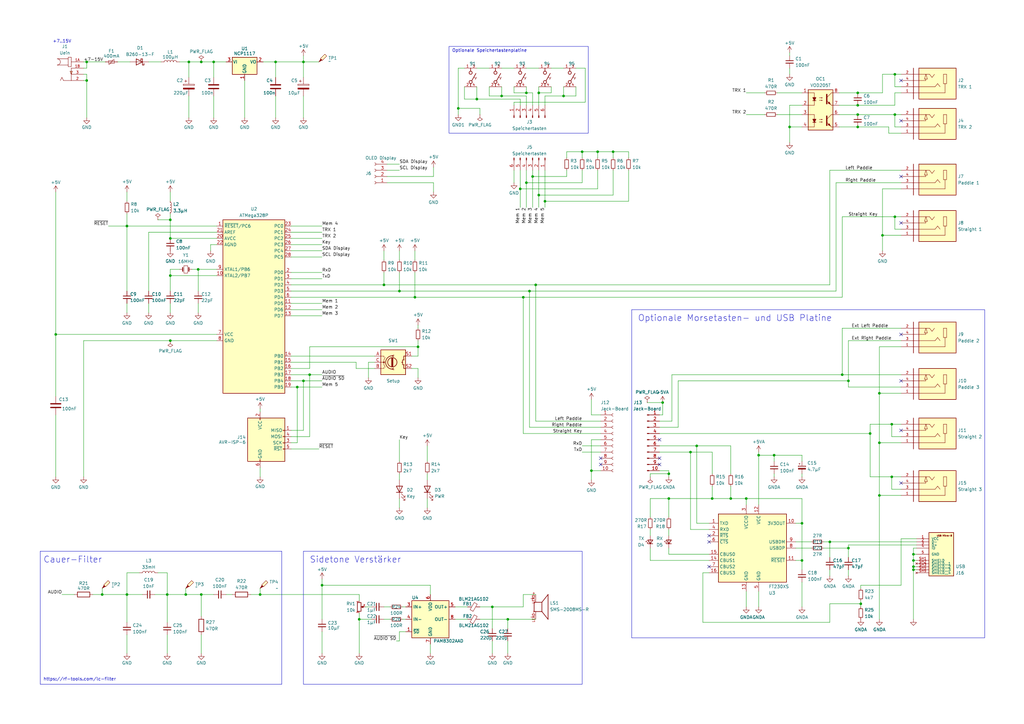
<source format=kicad_sch>
(kicad_sch (version 20230121) (generator eeschema)

  (uuid 854b5595-86e1-4ffa-88fb-a2c16da0c22c)

  (paper "A3")

  (title_block
    (title "BJ-Keyer")
    (date "2023-05-20")
    (rev "1.1")
    (company "Tom, DL7BJ")
    (comment 1 "Morsekeyer für 2 TRX, 3 Paddle, 3 Handtasten")
    (comment 2 "tom@dl7bj.de - https://isnix.de")
  )

  

  (junction (at 238.76 62.23) (diameter 0) (color 0 0 0 0)
    (uuid 012b8c40-5bd1-4c6b-8b9d-a12986167771)
  )
  (junction (at 121.92 158.75) (diameter 0) (color 0 0 0 0)
    (uuid 014ceaa4-fa7e-4db9-b9ff-3ef3bc6ea093)
  )
  (junction (at 113.03 25.4) (diameter 0) (color 0 0 0 0)
    (uuid 05dc2993-11a4-4c06-bca4-2ff5b931ce8b)
  )
  (junction (at 360.68 203.2) (diameter 0) (color 0 0 0 0)
    (uuid 0b45b948-3288-4c68-8fdb-879697d073cf)
  )
  (junction (at 274.32 194.31) (diameter 0) (color 0 0 0 0)
    (uuid 113fd192-3dfa-4837-8841-62ea3aa87fe7)
  )
  (junction (at 219.71 116.84) (diameter 0) (color 0 0 0 0)
    (uuid 129ec209-c009-41f4-a251-fedf7ecf3f6e)
  )
  (junction (at 245.11 62.23) (diameter 0) (color 0 0 0 0)
    (uuid 12b4c8ff-8445-4945-8463-faefea66e8d5)
  )
  (junction (at 351.79 38.1) (diameter 0) (color 0 0 0 0)
    (uuid 13a3db63-ba96-4088-a25d-116d39aafa04)
  )
  (junction (at 124.46 25.4) (diameter 0) (color 0 0 0 0)
    (uuid 13aa5b90-1215-4eeb-a429-8928746b66df)
  )
  (junction (at 201.93 248.92) (diameter 0) (color 0 0 0 0)
    (uuid 1fbcda24-77ef-4942-996b-67e77aa35ab7)
  )
  (junction (at 87.63 25.4) (diameter 0) (color 0 0 0 0)
    (uuid 233a0de2-9094-46a8-b702-87c4c87c6075)
  )
  (junction (at 76.2 243.84) (diameter 0) (color 0 0 0 0)
    (uuid 240aebaa-648e-47dd-8cdc-57cfcf26ccd9)
  )
  (junction (at 69.85 97.79) (diameter 0) (color 0 0 0 0)
    (uuid 242bec4b-dae9-4218-8182-0035cac71af4)
  )
  (junction (at 215.9 38.1) (diameter 0) (color 0 0 0 0)
    (uuid 259bc5f7-83b4-42a5-ad7b-dca121889d15)
  )
  (junction (at 271.78 165.1) (diameter 0) (color 0 0 0 0)
    (uuid 28ca6e13-3b5c-4652-aa7e-f18182ffaec7)
  )
  (junction (at 69.85 90.17) (diameter 0) (color 0 0 0 0)
    (uuid 28d656d2-e4ba-47c9-bf3f-e2dbac7b60ca)
  )
  (junction (at 218.44 72.39) (diameter 0) (color 0 0 0 0)
    (uuid 29e280c9-0a5f-469c-80e7-ab210f563533)
  )
  (junction (at 283.21 185.42) (diameter 0) (color 0 0 0 0)
    (uuid 2adc8c31-1d9b-4f33-9ce4-3faffb513044)
  )
  (junction (at 361.95 96.52) (diameter 0) (color 0 0 0 0)
    (uuid 2ae238eb-b34c-43ec-8a66-a28987b3d100)
  )
  (junction (at 170.18 121.92) (diameter 0) (color 0 0 0 0)
    (uuid 322bc56b-254f-4738-97f4-bfc5d184717d)
  )
  (junction (at 157.48 116.84) (diameter 0) (color 0 0 0 0)
    (uuid 358f8d11-7143-4a8d-b83a-163449e23caf)
  )
  (junction (at 82.55 243.84) (diameter 0) (color 0 0 0 0)
    (uuid 433aa2e6-072b-487a-842b-3cee4b8100e1)
  )
  (junction (at 195.58 40.64) (diameter 0) (color 0 0 0 0)
    (uuid 43cf86fa-d34b-49d1-91ca-31f048a81b63)
  )
  (junction (at 356.87 177.8) (diameter 0) (color 0 0 0 0)
    (uuid 4586e087-b9ec-421a-a6b4-2400358c69c0)
  )
  (junction (at 22.86 137.16) (diameter 0) (color 0 0 0 0)
    (uuid 497e8db0-8dd0-49b4-b7ff-3b129ea684cc)
  )
  (junction (at 251.46 62.23) (diameter 0) (color 0 0 0 0)
    (uuid 4a78f394-33e8-4b5c-ad4e-c5da83798d55)
  )
  (junction (at 306.07 204.47) (diameter 0) (color 0 0 0 0)
    (uuid 5000c705-9a09-4635-827c-c70ff99f3167)
  )
  (junction (at 220.98 80.01) (diameter 0) (color 0 0 0 0)
    (uuid 50986459-e467-466a-b2d8-fa7e988f2215)
  )
  (junction (at 317.5 186.69) (diameter 0) (color 0 0 0 0)
    (uuid 5201eadb-d70d-4528-bc26-cc231e489aa3)
  )
  (junction (at 68.58 243.84) (diameter 0) (color 0 0 0 0)
    (uuid 56922f31-6580-403d-b410-b802ca0dee8a)
  )
  (junction (at 81.28 110.49) (diameter 0) (color 0 0 0 0)
    (uuid 5c422fbd-3fae-427b-aa02-c29c173ad9e8)
  )
  (junction (at 365.76 195.58) (diameter 0) (color 0 0 0 0)
    (uuid 5eefc87f-040e-4b75-a5db-9f76c200a93d)
  )
  (junction (at 77.47 25.4) (diameter 0) (color 0 0 0 0)
    (uuid 66233eaf-b01d-4143-9d04-d6a7a556f232)
  )
  (junction (at 311.15 186.69) (diameter 0) (color 0 0 0 0)
    (uuid 68028c4d-33d3-4d6c-952b-03802caae2be)
  )
  (junction (at 35.56 33.02) (diameter 0) (color 0 0 0 0)
    (uuid 6c1459a7-2770-402c-9cea-c5ea227a79cf)
  )
  (junction (at 215.9 74.93) (diameter 0) (color 0 0 0 0)
    (uuid 7aeb6820-aede-4d56-9e45-458d1287579c)
  )
  (junction (at 69.85 139.7) (diameter 0) (color 0 0 0 0)
    (uuid 7ec600be-cd9a-4fec-9fb2-36145bd06810)
  )
  (junction (at 323.85 52.07) (diameter 0) (color 0 0 0 0)
    (uuid 832f52b9-f546-45bd-8a68-52ebab615251)
  )
  (junction (at 351.79 46.99) (diameter 0) (color 0 0 0 0)
    (uuid 85372248-2840-4477-b1bb-57157a20b7f0)
  )
  (junction (at 231.14 39.37) (diameter 0) (color 0 0 0 0)
    (uuid 8638d427-0da7-4a3c-b301-4aaa807c06c4)
  )
  (junction (at 132.08 240.03) (diameter 0) (color 0 0 0 0)
    (uuid 8b3fabeb-1605-4238-8afb-172028c7cc55)
  )
  (junction (at 351.79 43.18) (diameter 0) (color 0 0 0 0)
    (uuid 8b853de2-3bcf-4464-b368-e5f24f701fd5)
  )
  (junction (at 374.65 227.33) (diameter 0) (color 0 0 0 0)
    (uuid 8e3ac8f4-9975-4fb4-aee7-d3d23f775cdc)
  )
  (junction (at 52.07 243.84) (diameter 0) (color 0 0 0 0)
    (uuid 94b58a66-4300-4f15-b53c-1f03e25cf020)
  )
  (junction (at 187.96 44.45) (diameter 0) (color 0 0 0 0)
    (uuid 9897d8f6-6c44-49ef-877f-ff7e5e177aa8)
  )
  (junction (at 367.03 30.48) (diameter 0) (color 0 0 0 0)
    (uuid 9b3b1e57-f2c3-4d24-8aae-a88ede67d6d0)
  )
  (junction (at 171.45 142.24) (diameter 0) (color 0 0 0 0)
    (uuid 9c4e9e38-b614-4639-baed-448eb702c5a2)
  )
  (junction (at 374.65 233.68) (diameter 0) (color 0 0 0 0)
    (uuid 9fe34222-ae21-4c9f-9e51-4c009067a4f2)
  )
  (junction (at 367.03 88.9) (diameter 0) (color 0 0 0 0)
    (uuid a2a2c002-c013-4ef7-b8be-207bbab88082)
  )
  (junction (at 242.57 193.04) (diameter 0) (color 0 0 0 0)
    (uuid a6493884-234a-4ed2-94a6-9f31d0052b22)
  )
  (junction (at 292.1 204.47) (diameter 0) (color 0 0 0 0)
    (uuid a910aed4-3423-4ce0-9b31-c6806253823b)
  )
  (junction (at 220.98 38.1) (diameter 0) (color 0 0 0 0)
    (uuid a9719473-84b7-4406-ad97-8824100b74e6)
  )
  (junction (at 106.68 243.84) (diameter 0) (color 0 0 0 0)
    (uuid ab397ffe-1059-4e13-8f78-f9b70f55f4f0)
  )
  (junction (at 374.65 229.87) (diameter 0) (color 0 0 0 0)
    (uuid acfa9cef-d397-47aa-afa4-87196ed243dd)
  )
  (junction (at 345.44 153.67) (diameter 0) (color 0 0 0 0)
    (uuid ae9c246e-5d69-44f0-85e4-a33a73d7756b)
  )
  (junction (at 374.65 232.41) (diameter 0) (color 0 0 0 0)
    (uuid af23fec2-c6cd-49b1-ab0a-0377e7033ca0)
  )
  (junction (at 127 153.67) (diameter 0) (color 0 0 0 0)
    (uuid b2e4ff79-b1ed-4fa7-b3ef-bd80f441c365)
  )
  (junction (at 328.93 214.63) (diameter 0) (color 0 0 0 0)
    (uuid b432e85c-f87c-4c74-9a35-d233faeb513c)
  )
  (junction (at 353.06 247.65) (diameter 0) (color 0 0 0 0)
    (uuid b6ec59be-516a-4107-a6b2-875834c210e1)
  )
  (junction (at 208.28 254) (diameter 0) (color 0 0 0 0)
    (uuid b7b361e7-fa8c-4d56-a195-a0758190508a)
  )
  (junction (at 340.36 222.25) (diameter 0) (color 0 0 0 0)
    (uuid baad58e0-6777-4383-af5a-0c1d547f98e7)
  )
  (junction (at 35.56 25.4) (diameter 0) (color 0 0 0 0)
    (uuid bb8b1b82-ede1-4d62-8673-d18106a88598)
  )
  (junction (at 351.79 52.07) (diameter 0) (color 0 0 0 0)
    (uuid bb8e9b7a-8a69-42b0-8811-7507f9205bc5)
  )
  (junction (at 163.83 119.38) (diameter 0) (color 0 0 0 0)
    (uuid bd05bd30-18aa-4309-967f-6645054d9892)
  )
  (junction (at 360.68 181.61) (diameter 0) (color 0 0 0 0)
    (uuid be114405-82a6-400e-a5c3-2202b1d372ae)
  )
  (junction (at 214.63 121.92) (diameter 0) (color 0 0 0 0)
    (uuid bfd76a72-581f-4fc0-b245-6fc2ca2e3e7b)
  )
  (junction (at 147.32 254) (diameter 0) (color 0 0 0 0)
    (uuid c0b301c8-f796-4ba1-acfa-f0d4922d8c99)
  )
  (junction (at 223.52 82.55) (diameter 0) (color 0 0 0 0)
    (uuid c3fa369f-43f3-452e-a1a4-0a3ccc473d1d)
  )
  (junction (at 213.36 77.47) (diameter 0) (color 0 0 0 0)
    (uuid cb830e41-f1cf-4f5d-ab54-2020419b00a4)
  )
  (junction (at 367.03 46.99) (diameter 0) (color 0 0 0 0)
    (uuid d2fcabda-264b-41ea-8feb-1a1740759d1a)
  )
  (junction (at 347.98 224.79) (diameter 0) (color 0 0 0 0)
    (uuid d8bb64cb-fdda-4fad-95ee-ea6f741d37bb)
  )
  (junction (at 69.85 113.03) (diameter 0) (color 0 0 0 0)
    (uuid dd1d87d5-ae7e-4435-b054-339396340513)
  )
  (junction (at 217.17 119.38) (diameter 0) (color 0 0 0 0)
    (uuid e5558329-c883-4269-9712-2cd77583559e)
  )
  (junction (at 52.07 92.71) (diameter 0) (color 0 0 0 0)
    (uuid e6b7622d-4eca-42d5-a90f-0fa6d145fc6b)
  )
  (junction (at 365.76 173.99) (diameter 0) (color 0 0 0 0)
    (uuid e87b0023-b8f1-43a5-bf42-a9afbd49de91)
  )
  (junction (at 360.68 161.29) (diameter 0) (color 0 0 0 0)
    (uuid e89c0e52-dc09-420a-a74c-93c9f2d4ce8d)
  )
  (junction (at 124.46 156.21) (diameter 0) (color 0 0 0 0)
    (uuid ee1115df-7a96-49be-ba50-031335b68446)
  )
  (junction (at 41.91 243.84) (diameter 0) (color 0 0 0 0)
    (uuid ef150f67-84e9-4e24-8168-55568e5c7184)
  )
  (junction (at 347.98 156.21) (diameter 0) (color 0 0 0 0)
    (uuid ef3080b3-78e8-4829-a7cc-6ca954600de8)
  )
  (junction (at 205.74 39.37) (diameter 0) (color 0 0 0 0)
    (uuid ef44985e-cd88-4ba7-a247-50a038c3c87e)
  )
  (junction (at 299.72 204.47) (diameter 0) (color 0 0 0 0)
    (uuid f097811e-22ea-4603-8505-c32ac204c20a)
  )
  (junction (at 285.75 182.88) (diameter 0) (color 0 0 0 0)
    (uuid f150a03d-33fd-45e5-ac97-baaa49fb24ab)
  )
  (junction (at 274.32 204.47) (diameter 0) (color 0 0 0 0)
    (uuid f3a9997f-c729-4dab-845f-7feac7343b1c)
  )
  (junction (at 328.93 229.87) (diameter 0) (color 0 0 0 0)
    (uuid f3b5a834-aff1-4d0c-b322-590b3be90c33)
  )
  (junction (at 82.55 25.4) (diameter 0) (color 0 0 0 0)
    (uuid f440139d-7e72-4e52-ac27-81b2b8c2a4bb)
  )

  (no_connect (at 369.57 137.16) (uuid 2e127829-fe4c-40ba-84f8-01ca0d3bf6c6))
  (no_connect (at 290.83 232.41) (uuid 340178ee-d2dc-444f-8c7e-b00ede0da2ce))
  (no_connect (at 270.51 180.34) (uuid 488fdef4-13e4-4c66-9bdc-461d266fa7a6))
  (no_connect (at 246.38 187.96) (uuid 5f8f81a8-a273-4b25-9e1e-2802dc3d614f))
  (no_connect (at 290.83 222.25) (uuid 740ed114-4f42-454c-8f77-ef7074d0f47b))
  (no_connect (at 246.38 190.5) (uuid 78d2bcc8-717e-4958-af7e-a1167d5f5ddd))
  (no_connect (at 369.57 198.12) (uuid 847986ce-47b9-4dc6-b568-eb44c3426684))
  (no_connect (at 369.57 33.02) (uuid 8a4822bd-aee2-44fb-a109-5218fa1c5613))
  (no_connect (at 369.57 156.21) (uuid 96e2f4f4-3428-40bb-98ae-f83c607aedce))
  (no_connect (at 369.57 72.39) (uuid baf643b0-9d46-4128-a517-3210138fd8bf))
  (no_connect (at 369.57 49.53) (uuid c2eabd4b-f501-4d46-981f-f05e5edf9068))
  (no_connect (at 270.51 190.5) (uuid c7159337-7b1e-4dd1-84c1-731829451068))
  (no_connect (at 270.51 187.96) (uuid cbf08482-69e4-40fb-8052-e274b2257363))
  (no_connect (at 290.83 219.71) (uuid ced1cf68-8b23-4c3b-b6fb-ea9c27d9f56c))
  (no_connect (at 369.57 176.53) (uuid e9a6b52b-d79f-478c-9f41-08ac30e54344))
  (no_connect (at 369.57 91.44) (uuid eb0aa2ff-5e73-4d5b-8e17-87ae7629a749))

  (wire (pts (xy 44.45 92.71) (xy 52.07 92.71))
    (stroke (width 0) (type default))
    (uuid 00d85d07-4839-4c98-a129-21d30fb6d242)
  )
  (wire (pts (xy 69.85 97.79) (xy 88.9 97.79))
    (stroke (width 0) (type default))
    (uuid 00f68684-571e-4277-8311-4dea4d219387)
  )
  (wire (pts (xy 163.83 259.08) (xy 166.37 259.08))
    (stroke (width 0) (type default))
    (uuid 01c35b64-5b61-47ef-afb2-055006d5e293)
  )
  (wire (pts (xy 231.14 39.37) (xy 231.14 35.56))
    (stroke (width 0) (type default))
    (uuid 024552ec-eeee-4785-8910-7a296b22389c)
  )
  (wire (pts (xy 69.85 139.7) (xy 88.9 139.7))
    (stroke (width 0) (type default))
    (uuid 02dccc3b-a63a-4ec0-a21b-347484c54b42)
  )
  (wire (pts (xy 337.82 224.79) (xy 347.98 224.79))
    (stroke (width 0) (type default))
    (uuid 04011f1e-b725-4a2b-b4e8-e01af07e476f)
  )
  (wire (pts (xy 124.46 156.21) (xy 124.46 176.53))
    (stroke (width 0) (type default))
    (uuid 0541dbfb-c1b8-4d97-9d2d-07cb259e9141)
  )
  (wire (pts (xy 35.56 33.02) (xy 35.56 48.26))
    (stroke (width 0) (type default))
    (uuid 0583f7db-d725-4d98-b159-a1169a4ade52)
  )
  (wire (pts (xy 205.74 35.56) (xy 205.74 39.37))
    (stroke (width 0) (type default))
    (uuid 05a1626e-b705-49a1-ad4a-bbc6443dd7d5)
  )
  (wire (pts (xy 81.28 110.49) (xy 88.9 110.49))
    (stroke (width 0) (type default))
    (uuid 08ad99b4-e4d7-4482-83b6-539e2c1911ae)
  )
  (wire (pts (xy 278.13 156.21) (xy 347.98 156.21))
    (stroke (width 0) (type default))
    (uuid 0a1aa632-5414-41bb-ac6a-a2d37c7bcf48)
  )
  (wire (pts (xy 69.85 113.03) (xy 88.9 113.03))
    (stroke (width 0) (type default))
    (uuid 0c8fa28b-963a-409d-ab3d-df1de66a8da4)
  )
  (wire (pts (xy 215.9 69.85) (xy 215.9 74.93))
    (stroke (width 0) (type default))
    (uuid 0c9f7193-e2e5-48f2-8ad9-2404d7615e98)
  )
  (wire (pts (xy 34.29 139.7) (xy 69.85 139.7))
    (stroke (width 0) (type default))
    (uuid 0d16f51f-8eaa-4e42-9fb9-a4f3fed79a1b)
  )
  (wire (pts (xy 127 153.67) (xy 132.08 153.67))
    (stroke (width 0) (type default))
    (uuid 0f3a6cc7-87f4-4736-9d4d-c45fb743001c)
  )
  (wire (pts (xy 323.85 43.18) (xy 323.85 52.07))
    (stroke (width 0) (type default))
    (uuid 0f5a4310-882a-47dd-80ce-e2f7dc33569c)
  )
  (wire (pts (xy 218.44 38.1) (xy 215.9 38.1))
    (stroke (width 0) (type default))
    (uuid 0f996ffc-cd38-41c0-9de7-863d021527e1)
  )
  (wire (pts (xy 171.45 151.13) (xy 171.45 154.94))
    (stroke (width 0) (type default))
    (uuid 0fcf05e0-37cf-41bf-bd09-5e4c68f8f5ed)
  )
  (wire (pts (xy 311.15 186.69) (xy 311.15 207.01))
    (stroke (width 0) (type default))
    (uuid 10262007-8273-4bb8-8ab5-1b4d17251d51)
  )
  (wire (pts (xy 113.03 25.4) (xy 124.46 25.4))
    (stroke (width 0) (type default))
    (uuid 10f09998-e973-4e80-8000-0a4fd5cf6e10)
  )
  (wire (pts (xy 364.49 52.07) (xy 364.49 54.61))
    (stroke (width 0) (type default))
    (uuid 1140eded-6bf3-4d64-a25c-5e5115de7ce5)
  )
  (wire (pts (xy 171.45 142.24) (xy 171.45 146.05))
    (stroke (width 0) (type default))
    (uuid 114ebff9-fc04-4bde-8812-8b8f7ab02470)
  )
  (wire (pts (xy 240.03 41.91) (xy 210.82 41.91))
    (stroke (width 0) (type default))
    (uuid 11e44898-df8e-43ae-83fb-07ab748fe6d0)
  )
  (wire (pts (xy 119.38 111.76) (xy 132.08 111.76))
    (stroke (width 0) (type default))
    (uuid 120f1f2e-3eb5-4ea1-a531-88ec268f0ede)
  )
  (wire (pts (xy 251.46 80.01) (xy 220.98 80.01))
    (stroke (width 0) (type default))
    (uuid 12265ce8-d30a-47ec-99a6-eb2624b1f9fe)
  )
  (wire (pts (xy 76.2 241.3) (xy 76.2 243.84))
    (stroke (width 0) (type default))
    (uuid 12f51350-8436-4351-8f11-4ec1fe26b381)
  )
  (wire (pts (xy 257.81 82.55) (xy 223.52 82.55))
    (stroke (width 0) (type default))
    (uuid 12f596b4-2a1b-4bfe-8068-ee184f23474c)
  )
  (wire (pts (xy 220.98 35.56) (xy 220.98 38.1))
    (stroke (width 0) (type default))
    (uuid 13d6c657-d211-4d01-95f2-421aa66e7803)
  )
  (wire (pts (xy 232.41 72.39) (xy 218.44 72.39))
    (stroke (width 0) (type default))
    (uuid 14bb3b84-d5cd-4680-94e2-b5378527d5ed)
  )
  (wire (pts (xy 170.18 121.92) (xy 214.63 121.92))
    (stroke (width 0) (type default))
    (uuid 14c5bd66-0c27-49e5-a4e2-e95f37576826)
  )
  (wire (pts (xy 119.38 129.54) (xy 132.08 129.54))
    (stroke (width 0) (type default))
    (uuid 150ca36d-4c33-474c-aa20-f8e3892306b4)
  )
  (wire (pts (xy 147.32 254) (xy 147.32 267.97))
    (stroke (width 0) (type default))
    (uuid 15452c0c-b85a-40be-8a2c-2953ca8fcbb6)
  )
  (wire (pts (xy 356.87 195.58) (xy 365.76 195.58))
    (stroke (width 0) (type default))
    (uuid 15a71dbb-f0f2-491f-9561-c304bfd19051)
  )
  (wire (pts (xy 353.06 246.38) (xy 353.06 247.65))
    (stroke (width 0) (type default))
    (uuid 16017457-3cb9-40e3-86a0-591c6f72319d)
  )
  (wire (pts (xy 232.41 69.85) (xy 232.41 72.39))
    (stroke (width 0) (type default))
    (uuid 1646e9f2-e841-4f5d-ad06-cdd69e880f89)
  )
  (wire (pts (xy 163.83 180.34) (xy 163.83 189.23))
    (stroke (width 0) (type default))
    (uuid 169c634a-2005-4f10-8647-c654626c13a2)
  )
  (wire (pts (xy 306.07 38.1) (xy 313.69 38.1))
    (stroke (width 0) (type default))
    (uuid 17889252-f3f6-4e48-8213-86d3ac300c36)
  )
  (wire (pts (xy 292.1 185.42) (xy 292.1 194.31))
    (stroke (width 0) (type default))
    (uuid 179d2717-b7ef-4c24-86f3-b2a930475c49)
  )
  (wire (pts (xy 187.96 27.94) (xy 190.5 27.94))
    (stroke (width 0) (type default))
    (uuid 17ebd5bb-49ec-4c65-bff8-898a73dddb5c)
  )
  (wire (pts (xy 351.79 38.1) (xy 361.95 38.1))
    (stroke (width 0) (type default))
    (uuid 181e3c17-5ee7-4442-9dfc-98f599fee3fc)
  )
  (wire (pts (xy 34.29 33.02) (xy 35.56 33.02))
    (stroke (width 0) (type default))
    (uuid 18819fb2-e15d-4a93-96ae-423b837df9d9)
  )
  (wire (pts (xy 245.11 62.23) (xy 245.11 64.77))
    (stroke (width 0) (type default))
    (uuid 18d1c367-a332-42b0-a196-76894c495ede)
  )
  (wire (pts (xy 288.29 234.95) (xy 288.29 255.27))
    (stroke (width 0) (type default))
    (uuid 19cce670-ceba-4447-9591-d0fe04cf7f5f)
  )
  (wire (pts (xy 214.63 243.84) (xy 214.63 248.92))
    (stroke (width 0) (type default))
    (uuid 1a1d2784-47a4-4027-8bb7-07a49bf867e5)
  )
  (wire (pts (xy 353.06 247.65) (xy 353.06 248.92))
    (stroke (width 0) (type default))
    (uuid 1a663290-31b9-45bb-b094-6db7e88b3cfd)
  )
  (wire (pts (xy 119.38 95.25) (xy 132.08 95.25))
    (stroke (width 0) (type default))
    (uuid 1bc86a9d-25cc-4c0d-983a-f720f0b0eb8e)
  )
  (wire (pts (xy 326.39 229.87) (xy 328.93 229.87))
    (stroke (width 0) (type default))
    (uuid 1bf776e3-526e-4ee3-ad6a-78b462be4d36)
  )
  (wire (pts (xy 163.83 204.47) (xy 163.83 208.28))
    (stroke (width 0) (type default))
    (uuid 1cd5f937-d236-49c7-a662-cae572f33993)
  )
  (wire (pts (xy 374.65 224.79) (xy 374.65 227.33))
    (stroke (width 0) (type default))
    (uuid 1ceb78a6-116b-491b-95fc-6f46815edd03)
  )
  (wire (pts (xy 360.68 142.24) (xy 369.57 142.24))
    (stroke (width 0) (type default))
    (uuid 1e302f35-a27b-4463-9dc7-1b91d120e9ee)
  )
  (wire (pts (xy 223.52 69.85) (xy 223.52 82.55))
    (stroke (width 0) (type default))
    (uuid 1e42e175-c1b2-4057-b893-a5f85146a7cc)
  )
  (wire (pts (xy 132.08 259.08) (xy 132.08 267.97))
    (stroke (width 0) (type default))
    (uuid 1efae536-12bf-4904-9936-cf00171ddc2b)
  )
  (wire (pts (xy 87.63 39.37) (xy 87.63 48.26))
    (stroke (width 0) (type default))
    (uuid 1f638e34-ee4d-4b69-9486-58829b649b8b)
  )
  (wire (pts (xy 340.36 247.65) (xy 353.06 247.65))
    (stroke (width 0) (type default))
    (uuid 1f765b9f-e1d9-4e9c-bbf4-b2aec1a7c91d)
  )
  (wire (pts (xy 41.91 241.3) (xy 41.91 243.84))
    (stroke (width 0) (type default))
    (uuid 202054d2-deea-4707-b94f-a131d0131d8f)
  )
  (wire (pts (xy 157.48 111.76) (xy 157.48 116.84))
    (stroke (width 0) (type default))
    (uuid 20ade33e-0cf2-4da7-89d8-2c579a3343e2)
  )
  (wire (pts (xy 195.58 40.64) (xy 190.5 40.64))
    (stroke (width 0) (type default))
    (uuid 20f89181-e965-45f3-adeb-598edcf3ac1f)
  )
  (wire (pts (xy 328.93 233.68) (xy 328.93 229.87))
    (stroke (width 0) (type default))
    (uuid 210acafa-9217-4fad-bc2d-1a9caa89acb7)
  )
  (wire (pts (xy 374.65 229.87) (xy 375.92 229.87))
    (stroke (width 0) (type default))
    (uuid 211cc5e1-2850-4836-b32f-903e8b19ab4c)
  )
  (wire (pts (xy 274.32 204.47) (xy 266.7 204.47))
    (stroke (width 0) (type default))
    (uuid 2150c2ce-2b46-4f20-8edd-dd6f683b947d)
  )
  (wire (pts (xy 360.68 142.24) (xy 360.68 161.29))
    (stroke (width 0) (type default))
    (uuid 21c1b368-cb21-45a3-b86f-e52138ebcc0f)
  )
  (wire (pts (xy 106.68 241.3) (xy 106.68 243.84))
    (stroke (width 0) (type default))
    (uuid 220cb0ad-c9a5-4d03-9c20-5569bb7b3aa4)
  )
  (wire (pts (xy 157.48 248.92) (xy 160.02 248.92))
    (stroke (width 0) (type default))
    (uuid 223f9ec6-3278-43a6-b152-22d101f83404)
  )
  (wire (pts (xy 205.74 39.37) (xy 200.66 39.37))
    (stroke (width 0) (type default))
    (uuid 22e97816-049a-49d7-90b4-db208ac014aa)
  )
  (wire (pts (xy 270.51 175.26) (xy 278.13 175.26))
    (stroke (width 0) (type default))
    (uuid 230dd116-e0a0-4679-bb9d-f3798fe952fe)
  )
  (wire (pts (xy 119.38 156.21) (xy 124.46 156.21))
    (stroke (width 0) (type default))
    (uuid 235bc4e6-c9d1-4aad-a89f-f42585ce3767)
  )
  (wire (pts (xy 176.53 264.16) (xy 176.53 267.97))
    (stroke (width 0) (type default))
    (uuid 24a16e44-8469-4a53-bf15-c9cdbed7366b)
  )
  (wire (pts (xy 119.38 184.15) (xy 130.81 184.15))
    (stroke (width 0) (type default))
    (uuid 25082a05-e728-413d-b2d7-8d4b2ab67237)
  )
  (wire (pts (xy 347.98 224.79) (xy 347.98 228.6))
    (stroke (width 0) (type default))
    (uuid 25277dcc-76a8-4ff4-8ed0-8cde19b8807c)
  )
  (wire (pts (xy 106.68 167.64) (xy 106.68 168.91))
    (stroke (width 0) (type default))
    (uuid 267cef51-7b57-4f2b-a69b-e7876f15b9e5)
  )
  (wire (pts (xy 299.72 204.47) (xy 292.1 204.47))
    (stroke (width 0) (type default))
    (uuid 2786d5ba-5e3a-49ae-ac6f-a952f5db13af)
  )
  (wire (pts (xy 146.05 151.13) (xy 153.67 151.13))
    (stroke (width 0) (type default))
    (uuid 27c34eaf-0c9f-434e-bda9-f799e05c017f)
  )
  (wire (pts (xy 78.74 110.49) (xy 81.28 110.49))
    (stroke (width 0) (type default))
    (uuid 283cabff-69e9-41fe-a6f3-b4704b680bc2)
  )
  (wire (pts (xy 328.93 238.76) (xy 328.93 248.92))
    (stroke (width 0) (type default))
    (uuid 2862e68e-e124-4bce-80d9-003da3e8735c)
  )
  (wire (pts (xy 170.18 111.76) (xy 170.18 121.92))
    (stroke (width 0) (type default))
    (uuid 2869cf22-0e5a-4744-8f7b-e82d2abacd13)
  )
  (wire (pts (xy 270.51 170.18) (xy 271.78 170.18))
    (stroke (width 0) (type default))
    (uuid 28ff4f01-5d43-4c60-81fb-bf07fdc48515)
  )
  (wire (pts (xy 369.57 30.48) (xy 367.03 30.48))
    (stroke (width 0) (type default))
    (uuid 2a97c070-dbd3-4e7f-9405-ee4713d6cdbd)
  )
  (wire (pts (xy 271.78 170.18) (xy 271.78 165.1))
    (stroke (width 0) (type default))
    (uuid 2b144e7a-038b-488f-b314-95bcf4a864ac)
  )
  (wire (pts (xy 328.93 194.31) (xy 328.93 195.58))
    (stroke (width 0) (type default))
    (uuid 2b22de7f-265e-4ce2-9375-c3d9799e2f96)
  )
  (wire (pts (xy 323.85 21.59) (xy 323.85 22.86))
    (stroke (width 0) (type default))
    (uuid 2c77a84b-e6c1-4e61-be85-5b881945b4a5)
  )
  (wire (pts (xy 323.85 27.94) (xy 323.85 30.48))
    (stroke (width 0) (type default))
    (uuid 2d1164d1-d591-40fb-bd79-72821d63470c)
  )
  (wire (pts (xy 87.63 25.4) (xy 92.71 25.4))
    (stroke (width 0) (type default))
    (uuid 2dd19300-63cf-4230-9fba-4e65cc295843)
  )
  (wire (pts (xy 215.9 43.18) (xy 215.9 39.37))
    (stroke (width 0) (type default))
    (uuid 2e8a2bc2-0908-4812-b600-73c4ea75098d)
  )
  (wire (pts (xy 68.58 234.95) (xy 68.58 243.84))
    (stroke (width 0) (type default))
    (uuid 2ec30865-54a6-4ac2-a420-4870dd807090)
  )
  (wire (pts (xy 102.87 243.84) (xy 106.68 243.84))
    (stroke (width 0) (type default))
    (uuid 2ef4a4fb-4380-4061-bfa6-78901cfb0c2d)
  )
  (wire (pts (xy 340.36 222.25) (xy 375.92 222.25))
    (stroke (width 0) (type default))
    (uuid 2f22fba5-0577-4f2a-8fb3-9b60640caef0)
  )
  (wire (pts (xy 119.38 102.87) (xy 132.08 102.87))
    (stroke (width 0) (type default))
    (uuid 2f3397c4-4f47-436f-9178-d80ea865ca5e)
  )
  (wire (pts (xy 356.87 173.99) (xy 365.76 173.99))
    (stroke (width 0) (type default))
    (uuid 31da6676-243c-4ff1-bc2b-3a965b397216)
  )
  (wire (pts (xy 163.83 102.87) (xy 163.83 106.68))
    (stroke (width 0) (type default))
    (uuid 32086f30-3658-467a-8355-efdcf4c60b10)
  )
  (wire (pts (xy 347.98 158.75) (xy 347.98 156.21))
    (stroke (width 0) (type default))
    (uuid 338db1c9-1b05-4297-90bf-b63f4b18c7e5)
  )
  (wire (pts (xy 157.48 102.87) (xy 157.48 106.68))
    (stroke (width 0) (type default))
    (uuid 3447e872-3076-4c7e-9bb0-1f751dedd8d0)
  )
  (wire (pts (xy 81.28 110.49) (xy 81.28 119.38))
    (stroke (width 0) (type default))
    (uuid 344bfb22-738f-4c66-8478-a911911446fc)
  )
  (wire (pts (xy 124.46 176.53) (xy 119.38 176.53))
    (stroke (width 0) (type default))
    (uuid 35817b34-81f0-4ad3-b678-ce0ba89f528b)
  )
  (wire (pts (xy 52.07 78.74) (xy 52.07 82.55))
    (stroke (width 0) (type default))
    (uuid 35f28c74-3c48-4237-85e2-b5b6be8c77b2)
  )
  (wire (pts (xy 283.21 217.17) (xy 283.21 185.42))
    (stroke (width 0) (type default))
    (uuid 366723fc-58c3-4668-b227-29d24e28a9fa)
  )
  (wire (pts (xy 275.59 172.72) (xy 270.51 172.72))
    (stroke (width 0) (type default))
    (uuid 3721b86f-7d22-4efd-9402-4acec43aef3a)
  )
  (wire (pts (xy 218.44 69.85) (xy 218.44 72.39))
    (stroke (width 0) (type default))
    (uuid 373537c7-79f3-4cb0-aeef-e6677d1b30c7)
  )
  (wire (pts (xy 106.68 243.84) (xy 147.32 243.84))
    (stroke (width 0) (type default))
    (uuid 3874d1a0-39a5-4c70-848c-1b2a6681b56f)
  )
  (wire (pts (xy 369.57 93.98) (xy 367.03 93.98))
    (stroke (width 0) (type default))
    (uuid 38b98cc2-1e43-4e43-8d3e-7608626e6e77)
  )
  (wire (pts (xy 374.65 232.41) (xy 375.92 232.41))
    (stroke (width 0) (type default))
    (uuid 39088f91-27d9-46d7-b445-dc76179e8c45)
  )
  (wire (pts (xy 86.36 102.87) (xy 86.36 100.33))
    (stroke (width 0) (type default))
    (uuid 39d57b7a-ec5c-4b45-8720-405f3df00412)
  )
  (wire (pts (xy 64.77 234.95) (xy 68.58 234.95))
    (stroke (width 0) (type default))
    (uuid 3ad9dea7-ec07-4033-b625-5c22ee2d5e26)
  )
  (wire (pts (xy 242.57 193.04) (xy 242.57 196.85))
    (stroke (width 0) (type default))
    (uuid 3d1f44ab-d708-4aaf-8067-3ecf5d7073fd)
  )
  (wire (pts (xy 242.57 170.18) (xy 242.57 163.83))
    (stroke (width 0) (type default))
    (uuid 3d54d01b-929e-4ec9-9e54-0de79276d6fb)
  )
  (wire (pts (xy 274.32 204.47) (xy 274.32 212.09))
    (stroke (width 0) (type default))
    (uuid 3da3274a-a094-4b27-bcfd-bebf503f734e)
  )
  (wire (pts (xy 119.38 124.46) (xy 132.08 124.46))
    (stroke (width 0) (type default))
    (uuid 3dc8fcaa-efeb-44cc-9615-95de9d6af91b)
  )
  (wire (pts (xy 218.44 72.39) (xy 218.44 85.09))
    (stroke (width 0) (type default))
    (uuid 3ed09e44-230d-4732-8ba9-986ff24ab574)
  )
  (wire (pts (xy 344.17 46.99) (xy 351.79 46.99))
    (stroke (width 0) (type default))
    (uuid 40010b87-9d63-4d23-b338-6796a665847f)
  )
  (wire (pts (xy 119.38 181.61) (xy 121.92 181.61))
    (stroke (width 0) (type default))
    (uuid 407783b0-8bcf-45ca-bf59-7e0019bbb7a1)
  )
  (wire (pts (xy 175.26 204.47) (xy 175.26 208.28))
    (stroke (width 0) (type default))
    (uuid 408bb0d1-d6fe-4346-80fc-93be0a993ecc)
  )
  (wire (pts (xy 163.83 119.38) (xy 217.17 119.38))
    (stroke (width 0) (type default))
    (uuid 41b48feb-c443-4693-97e7-11e09180eb65)
  )
  (wire (pts (xy 210.82 38.1) (xy 210.82 35.56))
    (stroke (width 0) (type default))
    (uuid 4288f65d-9e7c-49dd-b520-11c89bbe8c1e)
  )
  (wire (pts (xy 238.76 62.23) (xy 245.11 62.23))
    (stroke (width 0) (type default))
    (uuid 429964dc-5a08-4478-b22e-feff29520c18)
  )
  (wire (pts (xy 196.85 248.92) (xy 201.93 248.92))
    (stroke (width 0) (type default))
    (uuid 43ab2574-0da3-42a7-917f-6231de09417d)
  )
  (wire (pts (xy 208.28 254) (xy 219.71 254))
    (stroke (width 0) (type default))
    (uuid 44840d06-7b85-4c78-b7a2-e972d8927739)
  )
  (wire (pts (xy 245.11 69.85) (xy 245.11 77.47))
    (stroke (width 0) (type default))
    (uuid 44d88d39-fbfd-464c-bbdc-7490b7472d3a)
  )
  (wire (pts (xy 367.03 35.56) (xy 367.03 30.48))
    (stroke (width 0) (type default))
    (uuid 4515b37d-9faf-489d-a923-87facafaed44)
  )
  (wire (pts (xy 367.03 52.07) (xy 367.03 46.99))
    (stroke (width 0) (type default))
    (uuid 45246bf4-da22-4aa8-9bc1-4bbc6adcbb28)
  )
  (wire (pts (xy 345.44 134.62) (xy 369.57 134.62))
    (stroke (width 0) (type default))
    (uuid 45313cc8-da24-4896-b19d-a63aae565e95)
  )
  (wire (pts (xy 360.68 161.29) (xy 369.57 161.29))
    (stroke (width 0) (type default))
    (uuid 459f6874-df9c-4ff2-9668-ee869dc81e00)
  )
  (wire (pts (xy 210.82 69.85) (xy 210.82 74.93))
    (stroke (width 0) (type default))
    (uuid 46102f0f-ed6d-4bea-a49c-98f412f91191)
  )
  (wire (pts (xy 22.86 170.18) (xy 22.86 195.58))
    (stroke (width 0) (type default))
    (uuid 4628d9ad-ee4a-4569-b877-e6aefe8041ab)
  )
  (wire (pts (xy 369.57 220.98) (xy 369.57 240.03))
    (stroke (width 0) (type default))
    (uuid 46b95a8e-cbf4-4976-9b96-f2109e122f5d)
  )
  (wire (pts (xy 317.5 194.31) (xy 317.5 195.58))
    (stroke (width 0) (type default))
    (uuid 4757d77b-1075-4d5d-aa21-0c105d096eda)
  )
  (wire (pts (xy 205.74 27.94) (xy 210.82 27.94))
    (stroke (width 0) (type default))
    (uuid 4767a62e-0703-4f87-a624-937bafb334c8)
  )
  (wire (pts (xy 365.76 173.99) (xy 369.57 173.99))
    (stroke (width 0) (type default))
    (uuid 47a29275-61be-4a09-8d25-e6360374a611)
  )
  (wire (pts (xy 217.17 119.38) (xy 217.17 175.26))
    (stroke (width 0) (type default))
    (uuid 47d81aa6-47d9-4526-bfb5-a26bba740b9e)
  )
  (wire (pts (xy 347.98 139.7) (xy 369.57 139.7))
    (stroke (width 0) (type default))
    (uuid 48023d03-8a37-4be5-8d7b-a3f0423e34ce)
  )
  (wire (pts (xy 374.65 233.68) (xy 374.65 254))
    (stroke (width 0) (type default))
    (uuid 48058777-7791-4407-8830-357ceb2531a3)
  )
  (wire (pts (xy 367.03 38.1) (xy 369.57 38.1))
    (stroke (width 0) (type default))
    (uuid 48aac6e6-3c1f-44bd-bfe0-7f862389cf53)
  )
  (wire (pts (xy 360.68 161.29) (xy 360.68 181.61))
    (stroke (width 0) (type default))
    (uuid 493c280b-f1a1-4440-ac2d-eb89992f998d)
  )
  (wire (pts (xy 69.85 110.49) (xy 69.85 113.03))
    (stroke (width 0) (type default))
    (uuid 4c0428a2-021d-4734-a7f2-d4ee4e82b59d)
  )
  (wire (pts (xy 299.72 194.31) (xy 299.72 182.88))
    (stroke (width 0) (type default))
    (uuid 4c5d1b9e-2bed-4225-a986-bc3ff61cfed8)
  )
  (wire (pts (xy 195.58 35.56) (xy 195.58 40.64))
    (stroke (width 0) (type default))
    (uuid 4c6d8e6c-e064-4633-8398-45a26a6dcea8)
  )
  (wire (pts (xy 367.03 88.9) (xy 367.03 93.98))
    (stroke (width 0) (type default))
    (uuid 4d01a173-a299-4c4c-ae70-15cd8921daa3)
  )
  (wire (pts (xy 223.52 82.55) (xy 223.52 85.09))
    (stroke (width 0) (type default))
    (uuid 4d86e3ab-cfee-4401-9df7-3ac4f43b4fcf)
  )
  (wire (pts (xy 170.18 102.87) (xy 170.18 106.68))
    (stroke (width 0) (type default))
    (uuid 4e93292e-3dad-41c0-84ed-68e7ef71b1b5)
  )
  (wire (pts (xy 369.57 35.56) (xy 367.03 35.56))
    (stroke (width 0) (type default))
    (uuid 4f4b1326-d777-4dc3-805d-e39b54405360)
  )
  (wire (pts (xy 318.77 46.99) (xy 328.93 46.99))
    (stroke (width 0) (type default))
    (uuid 5115acd8-a8f7-4672-89c7-0f2889edf53e)
  )
  (wire (pts (xy 347.98 223.52) (xy 347.98 224.79))
    (stroke (width 0) (type default))
    (uuid 5195bd63-283f-4620-8e1c-23666be0d71b)
  )
  (wire (pts (xy 232.41 62.23) (xy 238.76 62.23))
    (stroke (width 0) (type default))
    (uuid 534c4d72-d7e5-4f8d-86ec-878b488a2d48)
  )
  (wire (pts (xy 356.87 177.8) (xy 270.51 177.8))
    (stroke (width 0) (type default))
    (uuid 5554f9e2-6d82-4aa3-9153-b1a4fcec3e5a)
  )
  (wire (pts (xy 196.85 44.45) (xy 187.96 44.45))
    (stroke (width 0) (type default))
    (uuid 55948b94-afc6-46a7-b400-e675ce68e9bc)
  )
  (wire (pts (xy 215.9 38.1) (xy 210.82 38.1))
    (stroke (width 0) (type default))
    (uuid 56b39ed9-2ed6-402c-b840-cd2d5e594e1a)
  )
  (wire (pts (xy 360.68 203.2) (xy 369.57 203.2))
    (stroke (width 0) (type default))
    (uuid 57648db6-08db-4eed-8204-91a6fae232b5)
  )
  (wire (pts (xy 158.75 72.39) (xy 177.8 72.39))
    (stroke (width 0) (type default))
    (uuid 57f56dde-9cfc-4c96-b37e-f22c5b4ef39a)
  )
  (wire (pts (xy 124.46 39.37) (xy 124.46 48.26))
    (stroke (width 0) (type default))
    (uuid 58a5c4a2-4231-4e4f-a0bd-b01307c6661e)
  )
  (wire (pts (xy 219.71 116.84) (xy 340.36 116.84))
    (stroke (width 0) (type default))
    (uuid 58a8acb9-22a0-4aac-ba26-d6d9a34e3dc6)
  )
  (wire (pts (xy 119.38 100.33) (xy 132.08 100.33))
    (stroke (width 0) (type default))
    (uuid 5964da62-64b4-4668-b440-cffb9f0264a8)
  )
  (wire (pts (xy 69.85 78.74) (xy 69.85 82.55))
    (stroke (width 0) (type default))
    (uuid 59b55e1d-13cf-4bc0-a162-6222ad058ab9)
  )
  (wire (pts (xy 213.36 43.18) (xy 213.36 40.64))
    (stroke (width 0) (type default))
    (uuid 5a990115-538b-4386-8bda-f0b374352ffe)
  )
  (wire (pts (xy 213.36 69.85) (xy 213.36 77.47))
    (stroke (width 0) (type default))
    (uuid 5b4ce265-c10b-4a8a-b6c2-7ee11bd3c463)
  )
  (wire (pts (xy 306.07 207.01) (xy 306.07 204.47))
    (stroke (width 0) (type default))
    (uuid 5ba70fe8-973a-4bf0-9458-903d06fc0b35)
  )
  (wire (pts (xy 177.8 74.93) (xy 177.8 78.74))
    (stroke (width 0) (type default))
    (uuid 5c157f51-9bc0-4c5f-9831-6c2aa1a710f5)
  )
  (wire (pts (xy 266.7 217.17) (xy 266.7 219.71))
    (stroke (width 0) (type default))
    (uuid 5cfc970e-b605-40d3-b4fa-cf8e1f3c2813)
  )
  (wire (pts (xy 251.46 62.23) (xy 257.81 62.23))
    (stroke (width 0) (type default))
    (uuid 5d0b55ed-54bc-4cf1-8067-ec6416b0c2df)
  )
  (wire (pts (xy 275.59 153.67) (xy 345.44 153.67))
    (stroke (width 0) (type default))
    (uuid 5d508eb4-3fe9-4d58-b614-f7c8fa44c98f)
  )
  (wire (pts (xy 266.7 195.58) (xy 266.7 194.31))
    (stroke (width 0) (type default))
    (uuid 5d91aff2-aa1d-4f4c-877b-30ce37e59418)
  )
  (wire (pts (xy 214.63 177.8) (xy 246.38 177.8))
    (stroke (width 0) (type default))
    (uuid 5dc09ca8-e49c-409c-b2f0-b09728cdbf82)
  )
  (wire (pts (xy 113.03 25.4) (xy 113.03 31.75))
    (stroke (width 0) (type default))
    (uuid 5f041cad-304d-48a2-b772-2ab2370d84cc)
  )
  (wire (pts (xy 158.75 69.85) (xy 163.83 69.85))
    (stroke (width 0) (type default))
    (uuid 5f397455-f0a2-42b8-af6d-75cd9aec517a)
  )
  (wire (pts (xy 163.83 262.89) (xy 163.83 259.08))
    (stroke (width 0) (type default))
    (uuid 5f45b321-14e1-4a26-af7d-d962473369d2)
  )
  (wire (pts (xy 35.56 30.48) (xy 35.56 33.02))
    (stroke (width 0) (type default))
    (uuid 5ff45757-0f46-4f13-bf3d-0bf72cf23f0e)
  )
  (wire (pts (xy 81.28 124.46) (xy 81.28 128.27))
    (stroke (width 0) (type default))
    (uuid 601787d9-72cb-4a18-b6a0-0a86e5fb5fc3)
  )
  (wire (pts (xy 119.38 151.13) (xy 127 151.13))
    (stroke (width 0) (type default))
    (uuid 60beed78-cdf9-45df-ad34-4b04e5ffc498)
  )
  (wire (pts (xy 326.39 222.25) (xy 332.74 222.25))
    (stroke (width 0) (type default))
    (uuid 613bf55a-8b88-4472-ab6f-c9d8d82df741)
  )
  (wire (pts (xy 124.46 156.21) (xy 132.08 156.21))
    (stroke (width 0) (type default))
    (uuid 61c6abeb-6f8c-4706-8cac-9df358d62bdf)
  )
  (wire (pts (xy 124.46 25.4) (xy 124.46 31.75))
    (stroke (width 0) (type default))
    (uuid 6241053d-312e-4c1a-b6c1-27ce733580b0)
  )
  (wire (pts (xy 68.58 255.27) (xy 68.58 243.84))
    (stroke (width 0) (type default))
    (uuid 634c5ac6-9da0-4bf7-a90e-5426a22a6464)
  )
  (wire (pts (xy 69.85 90.17) (xy 69.85 97.79))
    (stroke (width 0) (type default))
    (uuid 63d56551-6ad9-4371-8e40-1089c7c91682)
  )
  (wire (pts (xy 328.93 186.69) (xy 328.93 189.23))
    (stroke (width 0) (type default))
    (uuid 64bf4098-94cc-4646-8d00-e7529fb7a7b5)
  )
  (wire (pts (xy 127 151.13) (xy 127 142.24))
    (stroke (width 0) (type default))
    (uuid 66255a35-6be8-42ec-98aa-7ea292d75460)
  )
  (wire (pts (xy 361.95 96.52) (xy 369.57 96.52))
    (stroke (width 0) (type default))
    (uuid 6712a867-aa6c-4f49-af5e-dc5e2de845f9)
  )
  (wire (pts (xy 328.93 229.87) (xy 328.93 214.63))
    (stroke (width 0) (type default))
    (uuid 6784ca59-9f9b-4031-a7a4-f2b98a14ea1c)
  )
  (wire (pts (xy 132.08 240.03) (xy 132.08 254))
    (stroke (width 0) (type default))
    (uuid 67c9d24f-7519-4b9b-8512-33f6ecc25662)
  )
  (wire (pts (xy 347.98 158.75) (xy 369.57 158.75))
    (stroke (width 0) (type default))
    (uuid 69eab248-25ee-4fab-9605-3cf05b4b93d3)
  )
  (wire (pts (xy 215.9 27.94) (xy 220.98 27.94))
    (stroke (width 0) (type default))
    (uuid 6a26caa4-4cad-411e-9ba9-233975354ae0)
  )
  (wire (pts (xy 68.58 260.35) (xy 68.58 267.97))
    (stroke (width 0) (type default))
    (uuid 6af35c54-6a0f-40df-b884-e917fce73a84)
  )
  (wire (pts (xy 367.03 43.18) (xy 351.79 43.18))
    (stroke (width 0) (type default))
    (uuid 6bf9808d-ccb8-4571-a02e-4fdbe1aaa5c6)
  )
  (wire (pts (xy 168.91 146.05) (xy 171.45 146.05))
    (stroke (width 0) (type default))
    (uuid 6cc26a1b-6036-4886-9961-42eb57140804)
  )
  (wire (pts (xy 369.57 52.07) (xy 367.03 52.07))
    (stroke (width 0) (type default))
    (uuid 6d29498e-d23d-45d1-a012-522b1aa77372)
  )
  (wire (pts (xy 369.57 179.07) (xy 365.76 179.07))
    (stroke (width 0) (type default))
    (uuid 6d94ac30-2234-46b4-af54-6a9366065e99)
  )
  (wire (pts (xy 337.82 222.25) (xy 340.36 222.25))
    (stroke (width 0) (type default))
    (uuid 6da64aa9-c824-4145-8ce4-b1420fd38344)
  )
  (wire (pts (xy 345.44 121.92) (xy 345.44 88.9))
    (stroke (width 0) (type default))
    (uuid 6da97fea-5189-454e-add3-06a88e7cbdfd)
  )
  (wire (pts (xy 69.85 87.63) (xy 69.85 90.17))
    (stroke (width 0) (type default))
    (uuid 6e6a8db5-9662-4a29-b9eb-e1742ab9b1c2)
  )
  (wire (pts (xy 226.06 35.56) (xy 226.06 38.1))
    (stroke (width 0) (type default))
    (uuid 6f14f678-76f6-462d-a483-762f7fca7d7b)
  )
  (wire (pts (xy 361.95 77.47) (xy 361.95 96.52))
    (stroke (width 0) (type default))
    (uuid 72619eb2-0e80-41ba-8c90-0f5c6fbc5570)
  )
  (wire (pts (xy 328.93 204.47) (xy 328.93 214.63))
    (stroke (width 0) (type default))
    (uuid 728645fc-9a20-43ed-9597-dc1e0cebabff)
  )
  (wire (pts (xy 119.38 146.05) (xy 153.67 146.05))
    (stroke (width 0) (type default))
    (uuid 72a67bd6-ef07-44f5-90e2-7ff185f98883)
  )
  (wire (pts (xy 374.65 227.33) (xy 375.92 227.33))
    (stroke (width 0) (type default))
    (uuid 72f56785-4f93-4f3e-8cb6-5b86644ec0f3)
  )
  (wire (pts (xy 238.76 74.93) (xy 215.9 74.93))
    (stroke (width 0) (type default))
    (uuid 731c20ca-1529-4d81-892b-f06ed113baf6)
  )
  (wire (pts (xy 196.85 44.45) (xy 196.85 46.99))
    (stroke (width 0) (type default))
    (uuid 738befa9-e43e-4439-99ae-0fcbf3fd898d)
  )
  (wire (pts (xy 195.58 27.94) (xy 200.66 27.94))
    (stroke (width 0) (type default))
    (uuid 73c5278d-08f8-4ca6-acf3-7e2596c6906e)
  )
  (wire (pts (xy 52.07 124.46) (xy 52.07 128.27))
    (stroke (width 0) (type default))
    (uuid 74af1f83-ec3c-4bf4-9fb4-5a74a97bd88a)
  )
  (wire (pts (xy 88.9 92.71) (xy 52.07 92.71))
    (stroke (width 0) (type default))
    (uuid 75003134-09a1-4991-8774-82a506238df5)
  )
  (wire (pts (xy 340.36 247.65) (xy 340.36 255.27))
    (stroke (width 0) (type default))
    (uuid 751eb2e8-14ab-4551-8470-60b54d5589dd)
  )
  (wire (pts (xy 176.53 240.03) (xy 132.08 240.03))
    (stroke (width 0) (type default))
    (uuid 7529f83a-a688-4428-a27d-04efc9c44744)
  )
  (wire (pts (xy 347.98 139.7) (xy 347.98 156.21))
    (stroke (width 0) (type default))
    (uuid 760d26ff-8705-492c-ae04-b1777366b4c4)
  )
  (wire (pts (xy 270.51 193.04) (xy 274.32 193.04))
    (stroke (width 0) (type default))
    (uuid 764b3e39-d00e-419e-9358-d013ad8ca660)
  )
  (wire (pts (xy 187.96 44.45) (xy 187.96 46.99))
    (stroke (width 0) (type default))
    (uuid 7671ffd2-0ef5-4e2b-acb3-8ab51f4be3f8)
  )
  (wire (pts (xy 290.83 217.17) (xy 283.21 217.17))
    (stroke (width 0) (type default))
    (uuid 772a9a82-bf2f-4850-a7d1-6ce5b05536e3)
  )
  (wire (pts (xy 158.75 67.31) (xy 163.83 67.31))
    (stroke (width 0) (type default))
    (uuid 78430eb0-e564-4ac5-8a56-7db9ea726791)
  )
  (wire (pts (xy 157.48 116.84) (xy 219.71 116.84))
    (stroke (width 0) (type default))
    (uuid 78782bd4-510e-4f81-b234-3134a86acd1b)
  )
  (wire (pts (xy 220.98 80.01) (xy 220.98 69.85))
    (stroke (width 0) (type default))
    (uuid 78bde1c8-f3b9-4104-ad04-44f7daecd44b)
  )
  (wire (pts (xy 317.5 186.69) (xy 328.93 186.69))
    (stroke (width 0) (type default))
    (uuid 794650a7-9e2f-47ca-a202-1113a9a3e804)
  )
  (wire (pts (xy 238.76 182.88) (xy 246.38 182.88))
    (stroke (width 0) (type default))
    (uuid 795058a7-527c-42e8-9c66-516da73d985f)
  )
  (wire (pts (xy 365.76 195.58) (xy 365.76 200.66))
    (stroke (width 0) (type default))
    (uuid 79846c88-0167-4745-aff4-1d19551961fe)
  )
  (wire (pts (xy 361.95 96.52) (xy 361.95 102.87))
    (stroke (width 0) (type default))
    (uuid 7992e837-4f72-45c6-8441-9565dce724a1)
  )
  (wire (pts (xy 35.56 25.4) (xy 35.56 27.94))
    (stroke (width 0) (type default))
    (uuid 7a3366f9-98a2-4e98-9158-17a4a05c028e)
  )
  (wire (pts (xy 48.26 25.4) (xy 53.34 25.4))
    (stroke (width 0) (type default))
    (uuid 7a399760-6db3-4dc2-a3b7-0734a68d739b)
  )
  (wire (pts (xy 353.06 240.03) (xy 369.57 240.03))
    (stroke (width 0) (type default))
    (uuid 7ac00482-6568-4d97-b4a0-bb237d939412)
  )
  (wire (pts (xy 201.93 248.92) (xy 201.93 257.81))
    (stroke (width 0) (type default))
    (uuid 7b03408f-1e2c-40be-9836-6a53c7b83b40)
  )
  (wire (pts (xy 119.38 158.75) (xy 121.92 158.75))
    (stroke (width 0) (type default))
    (uuid 7c7cb6f6-77c2-4b93-afbb-78288766782f)
  )
  (wire (pts (xy 365.76 195.58) (xy 369.57 195.58))
    (stroke (width 0) (type default))
    (uuid 7d772de3-f18a-4d5f-957c-2eb5b341ed36)
  )
  (wire (pts (xy 177.8 72.39) (xy 177.8 68.58))
    (stroke (width 0) (type default))
    (uuid 7d9589b2-b026-4127-aa9b-aadadcc1e872)
  )
  (wire (pts (xy 113.03 39.37) (xy 113.03 48.26))
    (stroke (width 0) (type default))
    (uuid 7e45744f-4514-40f9-bb6f-4e8f6ee742a3)
  )
  (wire (pts (xy 292.1 199.39) (xy 292.1 204.47))
    (stroke (width 0) (type default))
    (uuid 7e55561f-1bb2-4f67-ab1c-355a2f392128)
  )
  (wire (pts (xy 187.96 44.45) (xy 187.96 27.94))
    (stroke (width 0) (type default))
    (uuid 7e85d027-6dcc-4790-8407-6b480c7ce9f4)
  )
  (wire (pts (xy 214.63 121.92) (xy 214.63 177.8))
    (stroke (width 0) (type default))
    (uuid 7f075787-5847-4b2a-bcd9-6f3840b6b223)
  )
  (wire (pts (xy 77.47 31.75) (xy 77.47 25.4))
    (stroke (width 0) (type default))
    (uuid 8011a21a-d729-4c6a-967b-8359ee2f6016)
  )
  (wire (pts (xy 356.87 173.99) (xy 356.87 177.8))
    (stroke (width 0) (type default))
    (uuid 80797b88-b8ab-4060-b630-d9c51c7cabe8)
  )
  (wire (pts (xy 219.71 172.72) (xy 246.38 172.72))
    (stroke (width 0) (type default))
    (uuid 80f08767-14a1-4911-a559-9f40001c767f)
  )
  (wire (pts (xy 266.7 229.87) (xy 290.83 229.87))
    (stroke (width 0) (type default))
    (uuid 81cc6a99-f8e6-4327-baa4-a2edf0b0753b)
  )
  (wire (pts (xy 34.29 30.48) (xy 35.56 30.48))
    (stroke (width 0) (type default))
    (uuid 8355efdb-b183-4acb-8a10-7ba0b7ea25cb)
  )
  (wire (pts (xy 38.1 243.84) (xy 41.91 243.84))
    (stroke (width 0) (type default))
    (uuid 83a1f086-5cb7-46f2-b173-cc44bcb20de9)
  )
  (wire (pts (xy 306.07 204.47) (xy 328.93 204.47))
    (stroke (width 0) (type default))
    (uuid 83d8ecce-2961-418b-96b8-1760d5599008)
  )
  (wire (pts (xy 147.32 243.84) (xy 147.32 246.38))
    (stroke (width 0) (type default))
    (uuid 83e1b802-b3c1-463a-95f6-404ce403763e)
  )
  (wire (pts (xy 119.38 119.38) (xy 163.83 119.38))
    (stroke (width 0) (type default))
    (uuid 84ce072c-00aa-40af-89c0-595a1ef9ec7f)
  )
  (wire (pts (xy 270.51 182.88) (xy 285.75 182.88))
    (stroke (width 0) (type default))
    (uuid 855a4ada-0abc-49f5-b3d2-15783bbee2f6)
  )
  (wire (pts (xy 127 153.67) (xy 127 179.07))
    (stroke (width 0) (type default))
    (uuid 85c658c9-baa6-41bc-bdc1-9b9ae5638579)
  )
  (wire (pts (xy 345.44 134.62) (xy 345.44 153.67))
    (stroke (width 0) (type default))
    (uuid 8682da1c-9fc5-4b21-8c50-ad2f2ddb8e71)
  )
  (wire (pts (xy 190.5 40.64) (xy 190.5 35.56))
    (stroke (width 0) (type default))
    (uuid 869008c0-2065-4a95-b0e2-aed8db733ee8)
  )
  (wire (pts (xy 369.57 77.47) (xy 361.95 77.47))
    (stroke (width 0) (type default))
    (uuid 86a1c2e2-cd85-4a1d-bc9c-f0672fc67f00)
  )
  (wire (pts (xy 106.68 191.77) (xy 106.68 195.58))
    (stroke (width 0) (type default))
    (uuid 86cc64e0-87d4-4f09-9651-f13a2b72304c)
  )
  (wire (pts (xy 361.95 30.48) (xy 361.95 38.1))
    (stroke (width 0) (type default))
    (uuid 873dc461-c03c-405e-bc62-df8f84765f2d)
  )
  (wire (pts (xy 52.07 234.95) (xy 52.07 243.84))
    (stroke (width 0) (type default))
    (uuid 88daeb22-8c74-4ce0-bba4-5afecb677e4a)
  )
  (wire (pts (xy 317.5 186.69) (xy 317.5 189.23))
    (stroke (width 0) (type default))
    (uuid 89517e62-d270-4930-b7fa-b58e353006eb)
  )
  (wire (pts (xy 119.38 153.67) (xy 127 153.67))
    (stroke (width 0) (type default))
    (uuid 8982b331-5c9b-43d8-b8b9-79a47eaafd0d)
  )
  (wire (pts (xy 219.71 243.84) (xy 214.63 243.84))
    (stroke (width 0) (type default))
    (uuid 8a195121-7798-4ff9-8179-8cdbe9db837c)
  )
  (wire (pts (xy 242.57 180.34) (xy 242.57 193.04))
    (stroke (width 0) (type default))
    (uuid 8adc4f51-d7c4-4976-b1cc-3f41f474e5e5)
  )
  (wire (pts (xy 214.63 121.92) (xy 345.44 121.92))
    (stroke (width 0) (type default))
    (uuid 8b5c26e0-9531-44b0-b37f-20b162ef65a6)
  )
  (wire (pts (xy 251.46 62.23) (xy 251.46 64.77))
    (stroke (width 0) (type default))
    (uuid 8bb6bdf4-8e19-475d-90de-c6e6f66c88bb)
  )
  (wire (pts (xy 318.77 38.1) (xy 328.93 38.1))
    (stroke (width 0) (type default))
    (uuid 8bfabffd-1345-4433-a139-9c3292493d02)
  )
  (wire (pts (xy 217.17 119.38) (xy 342.9 119.38))
    (stroke (width 0) (type default))
    (uuid 8d7b4da5-de16-43c8-838f-7bab3a4caa2a)
  )
  (wire (pts (xy 165.1 254) (xy 166.37 254))
    (stroke (width 0) (type default))
    (uuid 8ed41d61-992f-4a45-a1ae-a9421fd53977)
  )
  (wire (pts (xy 196.85 254) (xy 208.28 254))
    (stroke (width 0) (type default))
    (uuid 8eebd1e9-7eda-4e7a-9eb2-0973f5dd554e)
  )
  (wire (pts (xy 238.76 185.42) (xy 246.38 185.42))
    (stroke (width 0) (type default))
    (uuid 8f806397-467c-4cc6-acda-c6bef0df3016)
  )
  (wire (pts (xy 236.22 39.37) (xy 236.22 35.56))
    (stroke (width 0) (type default))
    (uuid 900718d2-2536-445c-9710-b3ac26fa091a)
  )
  (wire (pts (xy 266.7 224.79) (xy 266.7 229.87))
    (stroke (width 0) (type default))
    (uuid 9040dcf3-3151-4497-8c86-5fdcd15e7a07)
  )
  (wire (pts (xy 323.85 43.18) (xy 328.93 43.18))
    (stroke (width 0) (type default))
    (uuid 90a68ebe-a1d8-42d8-a997-d9d319842fe5)
  )
  (wire (pts (xy 344.17 38.1) (xy 351.79 38.1))
    (stroke (width 0) (type default))
    (uuid 91c4ac61-8026-49d7-858c-f4c38341c84a)
  )
  (wire (pts (xy 360.68 181.61) (xy 360.68 203.2))
    (stroke (width 0) (type default))
    (uuid 91d00589-7f29-49c3-b9b5-c7164c2b7daf)
  )
  (wire (pts (xy 345.44 88.9) (xy 367.03 88.9))
    (stroke (width 0) (type default))
    (uuid 9256e39e-105f-4a66-91cf-6e385ba0bd5b)
  )
  (wire (pts (xy 119.38 116.84) (xy 157.48 116.84))
    (stroke (width 0) (type default))
    (uuid 94dfb3f7-206a-4132-bad2-216de9a7e5a2)
  )
  (wire (pts (xy 22.86 137.16) (xy 22.86 162.56))
    (stroke (width 0) (type default))
    (uuid 950419db-a115-4e17-befc-378b79141d59)
  )
  (wire (pts (xy 274.32 193.04) (xy 274.32 194.31))
    (stroke (width 0) (type default))
    (uuid 958325f6-cc7f-4583-abec-bfebcbac4fda)
  )
  (wire (pts (xy 163.83 194.31) (xy 163.83 196.85))
    (stroke (width 0) (type default))
    (uuid 95bc564e-39f0-405a-a732-2c2b85338b9e)
  )
  (wire (pts (xy 77.47 25.4) (xy 82.55 25.4))
    (stroke (width 0) (type default))
    (uuid 96b29e1b-88dd-46f3-8315-2dba2489cdad)
  )
  (wire (pts (xy 168.91 151.13) (xy 171.45 151.13))
    (stroke (width 0) (type default))
    (uuid 96b37389-edd9-4018-a6ac-fb147b0eb15d)
  )
  (wire (pts (xy 147.32 254) (xy 152.4 254))
    (stroke (width 0) (type default))
    (uuid 9869392c-46b9-4b3d-b8b2-eebb3e5e292a)
  )
  (wire (pts (xy 132.08 237.49) (xy 132.08 240.03))
    (stroke (width 0) (type default))
    (uuid 98a411eb-3676-4a23-8559-166334cc6f15)
  )
  (wire (pts (xy 82.55 260.35) (xy 82.55 267.97))
    (stroke (width 0) (type default))
    (uuid 9a68791c-65a6-43e4-82d1-97b23f44d569)
  )
  (wire (pts (xy 257.81 69.85) (xy 257.81 82.55))
    (stroke (width 0) (type default))
    (uuid 9a6ea2c5-b57d-4b88-bd14-4cec9a4a6102)
  )
  (wire (pts (xy 213.36 40.64) (xy 195.58 40.64))
    (stroke (width 0) (type default))
    (uuid 9acb483a-da65-47a0-808c-b82ee6bc47d5)
  )
  (wire (pts (xy 175.26 182.88) (xy 175.26 189.23))
    (stroke (width 0) (type default))
    (uuid 9c197ac1-c68b-4fc1-b808-3149924ef2e7)
  )
  (wire (pts (xy 367.03 30.48) (xy 361.95 30.48))
    (stroke (width 0) (type default))
    (uuid 9c8f033c-96bb-421c-8ff2-b849f92ae6de)
  )
  (wire (pts (xy 119.38 127) (xy 132.08 127))
    (stroke (width 0) (type default))
    (uuid 9d8bf36c-9769-47e2-b157-87058f1cf378)
  )
  (wire (pts (xy 124.46 25.4) (xy 130.81 25.4))
    (stroke (width 0) (type default))
    (uuid 9dccdd05-2dde-4638-abed-951ede75a375)
  )
  (wire (pts (xy 374.65 232.41) (xy 374.65 233.68))
    (stroke (width 0) (type default))
    (uuid 9e55a301-b5d7-4638-a063-f47bccddc717)
  )
  (wire (pts (xy 236.22 27.94) (xy 240.03 27.94))
    (stroke (width 0) (type default))
    (uuid 9e73f3dc-4b27-474f-ae3d-402ca4852d84)
  )
  (wire (pts (xy 34.29 139.7) (xy 34.29 195.58))
    (stroke (width 0) (type default))
    (uuid 9e7b41a6-57e9-4d1e-9469-d0ee95ba1a3a)
  )
  (wire (pts (xy 121.92 158.75) (xy 121.92 181.61))
    (stroke (width 0) (type default))
    (uuid 9e96b95e-41e7-4c30-b59e-f8d1a495588f)
  )
  (wire (pts (xy 208.28 262.89) (xy 208.28 267.97))
    (stroke (width 0) (type default))
    (uuid 9eadd597-e28f-461d-8482-bb1a540e95b9)
  )
  (wire (pts (xy 344.17 52.07) (xy 351.79 52.07))
    (stroke (width 0) (type default))
    (uuid 9f90a090-de80-4873-be80-eb4a3699d7ac)
  )
  (wire (pts (xy 342.9 74.93) (xy 369.57 74.93))
    (stroke (width 0) (type default))
    (uuid 9fe459af-cd4c-4f0b-aa96-7e57a3dca875)
  )
  (wire (pts (xy 22.86 137.16) (xy 22.86 78.74))
    (stroke (width 0) (type default))
    (uuid a0e7cd1a-1dcf-4065-aad2-deea1e9eb73a)
  )
  (wire (pts (xy 176.53 243.84) (xy 176.53 240.03))
    (stroke (width 0) (type default))
    (uuid a11cbae8-77f5-4baf-b5ef-1fb2a9df710f)
  )
  (wire (pts (xy 35.56 25.4) (xy 43.18 25.4))
    (stroke (width 0) (type default))
    (uuid a121b738-514f-41da-8aa9-4216edde8cb6)
  )
  (wire (pts (xy 147.32 251.46) (xy 147.32 254))
    (stroke (width 0) (type default))
    (uuid a1406d9f-1694-4eb0-aea5-58155858841d)
  )
  (wire (pts (xy 340.36 255.27) (xy 288.29 255.27))
    (stroke (width 0) (type default))
    (uuid a182adcf-7ad5-4995-a2a1-7f7109447c07)
  )
  (wire (pts (xy 119.38 105.41) (xy 132.08 105.41))
    (stroke (width 0) (type default))
    (uuid a2a061f6-3785-4103-b1ce-8ca81bc3e98c)
  )
  (wire (pts (xy 215.9 74.93) (xy 215.9 85.09))
    (stroke (width 0) (type default))
    (uuid a326cf2d-cded-4b47-a070-7d43026835da)
  )
  (wire (pts (xy 76.2 243.84) (xy 82.55 243.84))
    (stroke (width 0) (type default))
    (uuid a3348fdd-2c4e-446d-be82-9f977e1286e6)
  )
  (wire (pts (xy 119.38 97.79) (xy 132.08 97.79))
    (stroke (width 0) (type default))
    (uuid a48e4d51-d57a-4480-aebf-5997a6eca1b1)
  )
  (wire (pts (xy 306.07 46.99) (xy 313.69 46.99))
    (stroke (width 0) (type default))
    (uuid a4e3c5b3-cdcf-44e9-b046-1d6e5eeb4dac)
  )
  (wire (pts (xy 41.91 243.84) (xy 52.07 243.84))
    (stroke (width 0) (type default))
    (uuid a5fe51f9-bb1d-49f5-86df-059ea2b6167a)
  )
  (wire (pts (xy 347.98 233.68) (xy 347.98 236.22))
    (stroke (width 0) (type default))
    (uuid a5ff1546-424b-4cdd-b662-42f8dcfd5b5b)
  )
  (wire (pts (xy 34.29 25.4) (xy 35.56 25.4))
    (stroke (width 0) (type default))
    (uuid a64c19a3-36fa-44e9-a099-7f939c8b3eb6)
  )
  (wire (pts (xy 223.52 43.18) (xy 223.52 39.37))
    (stroke (width 0) (type default))
    (uuid a6cf3da2-aeaf-43c6-a398-d663736044dd)
  )
  (wire (pts (xy 356.87 195.58) (xy 356.87 177.8))
    (stroke (width 0) (type default))
    (uuid a7576776-c0bd-4fd4-87ed-45db75e50fe5)
  )
  (wire (pts (xy 367.03 38.1) (xy 367.03 43.18))
    (stroke (width 0) (type default))
    (uuid a7ad73ed-1fd2-4cd4-b7d1-6404767c1e8d)
  )
  (wire (pts (xy 340.36 233.68) (xy 340.36 236.22))
    (stroke (width 0) (type default))
    (uuid a83cbe1a-28a3-4b58-b069-786b99ccd152)
  )
  (wire (pts (xy 240.03 27.94) (xy 240.03 41.91))
    (stroke (width 0) (type default))
    (uuid a8700bf1-2538-48ee-98c9-a8869fd1e62c)
  )
  (wire (pts (xy 52.07 243.84) (xy 52.07 255.27))
    (stroke (width 0) (type default))
    (uuid a890fa26-bfba-4044-9af7-0383d74c6b28)
  )
  (wire (pts (xy 220.98 38.1) (xy 220.98 43.18))
    (stroke (width 0) (type default))
    (uuid a92a53aa-46d1-4aa0-860b-60d4c24dea88)
  )
  (wire (pts (xy 219.71 116.84) (xy 219.71 172.72))
    (stroke (width 0) (type default))
    (uuid a92d4221-15b1-42e6-a834-61e47452ce06)
  )
  (wire (pts (xy 60.96 124.46) (xy 60.96 128.27))
    (stroke (width 0) (type default))
    (uuid a9b5ac64-b0e2-44df-b8bb-b5047e8a6133)
  )
  (wire (pts (xy 86.36 100.33) (xy 88.9 100.33))
    (stroke (width 0) (type default))
    (uuid a9fd687b-4c88-45b3-86eb-0f7dd7b5d0e7)
  )
  (wire (pts (xy 217.17 175.26) (xy 246.38 175.26))
    (stroke (width 0) (type default))
    (uuid aa479c1d-73e9-4c5a-8cad-b6336bba1c1b)
  )
  (wire (pts (xy 215.9 39.37) (xy 205.74 39.37))
    (stroke (width 0) (type default))
    (uuid ab969559-e1ef-4bdc-a9d5-47d91da9ea3e)
  )
  (wire (pts (xy 306.07 242.57) (xy 306.07 248.92))
    (stroke (width 0) (type default))
    (uuid abaefb81-8150-42af-96fb-77b7329608a2)
  )
  (wire (pts (xy 344.17 43.18) (xy 351.79 43.18))
    (stroke (width 0) (type default))
    (uuid abcee65a-e1e0-4ce5-8c74-68071f4ee5ef)
  )
  (wire (pts (xy 367.03 88.9) (xy 369.57 88.9))
    (stroke (width 0) (type default))
    (uuid ad232c5b-2e03-4c3d-ab1f-e1191edc73c9)
  )
  (wire (pts (xy 323.85 52.07) (xy 323.85 58.42))
    (stroke (width 0) (type default))
    (uuid add4d36e-65a6-4280-a440-c4a6e8eab5a0)
  )
  (wire (pts (xy 52.07 92.71) (xy 52.07 119.38))
    (stroke (width 0) (type default))
    (uuid af2d617a-d376-4883-b514-b12af502a28e)
  )
  (wire (pts (xy 364.49 54.61) (xy 369.57 54.61))
    (stroke (width 0) (type default))
    (uuid afd3d4b1-d38b-44a0-984e-3b0feaa00e72)
  )
  (wire (pts (xy 175.26 194.31) (xy 175.26 196.85))
    (stroke (width 0) (type default))
    (uuid b09ee729-a6e8-4bbb-9a99-90d17a901c12)
  )
  (wire (pts (xy 127 179.07) (xy 119.38 179.07))
    (stroke (width 0) (type default))
    (uuid b1c5cf85-5e88-4eb1-8347-a476c6d8130c)
  )
  (wire (pts (xy 328.93 52.07) (xy 323.85 52.07))
    (stroke (width 0) (type default))
    (uuid b3dc0640-820d-4ea2-8fea-ecf85ec68945)
  )
  (wire (pts (xy 68.58 243.84) (xy 76.2 243.84))
    (stroke (width 0) (type default))
    (uuid b4215e47-5ee5-4bab-8d5d-19d4066efb94)
  )
  (wire (pts (xy 69.85 113.03) (xy 69.85 119.38))
    (stroke (width 0) (type default))
    (uuid b5ce80ed-b925-4a7b-8f85-7fd5cdf6a37f)
  )
  (wire (pts (xy 151.13 148.59) (xy 151.13 154.94))
    (stroke (width 0) (type default))
    (uuid b6899f65-0ed3-42ba-a200-67fc45208b1f)
  )
  (wire (pts (xy 52.07 243.84) (xy 58.42 243.84))
    (stroke (width 0) (type default))
    (uuid b6ab806d-8310-462d-b8f4-80f80b797466)
  )
  (wire (pts (xy 158.75 74.93) (xy 177.8 74.93))
    (stroke (width 0) (type default))
    (uuid b6ccbea5-7050-4e35-af9c-cf311fa3d131)
  )
  (wire (pts (xy 157.48 254) (xy 160.02 254))
    (stroke (width 0) (type default))
    (uuid b73839a3-10ec-4d4d-a15a-de0649546b02)
  )
  (wire (pts (xy 246.38 193.04) (xy 242.57 193.04))
    (stroke (width 0) (type default))
    (uuid b7a506ab-5509-46e0-a12b-ed6c684f2082)
  )
  (wire (pts (xy 82.55 243.84) (xy 87.63 243.84))
    (stroke (width 0) (type default))
    (uuid b84f2416-62f0-4829-8a6c-75efbb4a123e)
  )
  (wire (pts (xy 351.79 46.99) (xy 367.03 46.99))
    (stroke (width 0) (type default))
    (uuid b91bd83a-235d-4081-82f1-d50965a5ce61)
  )
  (wire (pts (xy 265.43 165.1) (xy 271.78 165.1))
    (stroke (width 0) (type default))
    (uuid ba8ca266-00a4-494d-8720-74dd872d795b)
  )
  (wire (pts (xy 119.38 121.92) (xy 170.18 121.92))
    (stroke (width 0) (type default))
    (uuid bb3429cd-a581-48e6-ac76-216eff56c612)
  )
  (wire (pts (xy 266.7 204.47) (xy 266.7 212.09))
    (stroke (width 0) (type default))
    (uuid bb3ff093-6fb4-4a1c-84c4-0a2b81d6c4b2)
  )
  (wire (pts (xy 57.15 234.95) (xy 52.07 234.95))
    (stroke (width 0) (type default))
    (uuid bd0c04e9-0d12-4e45-8c70-65bb1cfe3181)
  )
  (wire (pts (xy 127 142.24) (xy 171.45 142.24))
    (stroke (width 0) (type default))
    (uuid bda4d29d-16a0-47b3-a10c-28b01aa66710)
  )
  (wire (pts (xy 60.96 95.25) (xy 60.96 119.38))
    (stroke (width 0) (type default))
    (uuid be0004d0-3f56-4109-9493-134ad7dd4ad5)
  )
  (wire (pts (xy 64.77 90.17) (xy 69.85 90.17))
    (stroke (width 0) (type default))
    (uuid befc4fa1-9cfc-4fba-8aa4-6b23641c0068)
  )
  (wire (pts (xy 77.47 39.37) (xy 77.47 48.26))
    (stroke (width 0) (type default))
    (uuid c18492a0-b5b1-4133-9f8b-ba58a90b25d7)
  )
  (wire (pts (xy 292.1 204.47) (xy 274.32 204.47))
    (stroke (width 0) (type default))
    (uuid c1bf5c2d-8494-4569-b5d3-bf4d41abe040)
  )
  (wire (pts (xy 245.11 77.47) (xy 213.36 77.47))
    (stroke (width 0) (type default))
    (uuid c1f1f193-2c8e-4d1f-a8c1-967d7678033a)
  )
  (wire (pts (xy 186.69 254) (xy 191.77 254))
    (stroke (width 0) (type default))
    (uuid c37b076f-f537-40c1-bda0-7f556d43efe1)
  )
  (wire (pts (xy 220.98 80.01) (xy 220.98 85.09))
    (stroke (width 0) (type default))
    (uuid c4e8bd92-71a4-4e5d-8a74-dbcc98e2aba7)
  )
  (wire (pts (xy 52.07 260.35) (xy 52.07 267.97))
    (stroke (width 0) (type default))
    (uuid c4fc5d29-df4e-434a-ab8b-c4a025e36cfd)
  )
  (wire (pts (xy 367.03 46.99) (xy 369.57 46.99))
    (stroke (width 0) (type default))
    (uuid c528e2ea-04e2-42f6-bb11-c1160f44efce)
  )
  (wire (pts (xy 124.46 22.86) (xy 124.46 25.4))
    (stroke (width 0) (type default))
    (uuid c59d820a-e866-4a15-be1b-7c9e69de923e)
  )
  (wire (pts (xy 52.07 87.63) (xy 52.07 92.71))
    (stroke (width 0) (type default))
    (uuid c5dcdc90-04cd-47d8-9361-494d191a3858)
  )
  (wire (pts (xy 73.66 110.49) (xy 69.85 110.49))
    (stroke (width 0) (type default))
    (uuid c658fbab-de08-4204-8283-769decfb7082)
  )
  (wire (pts (xy 208.28 254) (xy 208.28 257.81))
    (stroke (width 0) (type default))
    (uuid c6784233-6299-4c58-9baa-ac7c33cbecad)
  )
  (wire (pts (xy 351.79 52.07) (xy 364.49 52.07))
    (stroke (width 0) (type default))
    (uuid c684da46-4388-45b1-891e-e42612ea4ce6)
  )
  (wire (pts (xy 283.21 185.42) (xy 292.1 185.42))
    (stroke (width 0) (type default))
    (uuid c7cfc662-5962-4dbe-9f4a-bec9a042fe9a)
  )
  (wire (pts (xy 285.75 214.63) (xy 290.83 214.63))
    (stroke (width 0) (type default))
    (uuid c8b4c525-1f0f-4cae-b854-a8b3c08d41e9)
  )
  (wire (pts (xy 146.05 148.59) (xy 146.05 151.13))
    (stroke (width 0) (type default))
    (uuid c8f22f7f-31c3-4ab0-ab5a-79a089ae54b0)
  )
  (wire (pts (xy 290.83 234.95) (xy 288.29 234.95))
    (stroke (width 0) (type default))
    (uuid caa9a4fb-795e-4653-8a76-8ac05c8b4ffb)
  )
  (wire (pts (xy 88.9 137.16) (xy 22.86 137.16))
    (stroke (width 0) (type default))
    (uuid caf6a456-eb85-462e-a396-139f4299f661)
  )
  (wire (pts (xy 342.9 74.93) (xy 342.9 119.38))
    (stroke (width 0) (type default))
    (uuid cf9986c5-3bcb-461f-817d-471ce108206d)
  )
  (wire (pts (xy 92.71 243.84) (xy 95.25 243.84))
    (stroke (width 0) (type default))
    (uuid d0068178-49be-4268-877f-272df9af5f6d)
  )
  (wire (pts (xy 218.44 43.18) (xy 218.44 38.1))
    (stroke (width 0) (type default))
    (uuid d17247e4-aa93-42cd-a9ce-79f8073f783c)
  )
  (wire (pts (xy 201.93 248.92) (xy 214.63 248.92))
    (stroke (width 0) (type default))
    (uuid d35057ff-dcbb-4b98-943a-ec9b05915757)
  )
  (wire (pts (xy 266.7 194.31) (xy 274.32 194.31))
    (stroke (width 0) (type default))
    (uuid d398bd03-ef5d-4feb-afd9-43ac876f0045)
  )
  (wire (pts (xy 326.39 224.79) (xy 332.74 224.79))
    (stroke (width 0) (type default))
    (uuid d3c8eea9-50c7-462d-87f2-1f1f16b512f6)
  )
  (wire (pts (xy 238.76 69.85) (xy 238.76 74.93))
    (stroke (width 0) (type default))
    (uuid d49ac037-c579-4b1a-b9ca-c1dadbd20f8e)
  )
  (wire (pts (xy 326.39 214.63) (xy 328.93 214.63))
    (stroke (width 0) (type default))
    (uuid d4d6f021-fe57-49c6-b4dc-300e92e9f716)
  )
  (wire (pts (xy 213.36 77.47) (xy 213.36 85.09))
    (stroke (width 0) (type default))
    (uuid d536dcb2-22c9-4496-8580-748d0d3f735d)
  )
  (wire (pts (xy 374.65 233.68) (xy 375.92 233.68))
    (stroke (width 0) (type default))
    (uuid d58efc32-40b8-4904-a9ec-0038fece498a)
  )
  (wire (pts (xy 82.55 243.84) (xy 82.55 252.73))
    (stroke (width 0) (type default))
    (uuid d7f3f43f-ca69-4dc4-9449-9530c25e27f3)
  )
  (wire (pts (xy 275.59 153.67) (xy 275.59 172.72))
    (stroke (width 0) (type default))
    (uuid d8128686-894a-4a5a-8338-e2c3d586f868)
  )
  (wire (pts (xy 200.66 39.37) (xy 200.66 35.56))
    (stroke (width 0) (type default))
    (uuid d83de057-422c-4c9b-a361-faef40b8b9c6)
  )
  (wire (pts (xy 82.55 25.4) (xy 87.63 25.4))
    (stroke (width 0) (type default))
    (uuid da9aeb3c-0897-479a-b4ee-d391361c0e33)
  )
  (wire (pts (xy 274.32 224.79) (xy 274.32 227.33))
    (stroke (width 0) (type default))
    (uuid dac3b296-e633-4c73-91d4-b0b6f527ae18)
  )
  (wire (pts (xy 100.33 33.02) (xy 100.33 48.26))
    (stroke (width 0) (type default))
    (uuid dcab9574-49b7-46d8-95c0-b1eb7fa81427)
  )
  (wire (pts (xy 340.36 116.84) (xy 340.36 69.85))
    (stroke (width 0) (type default))
    (uuid dd13074b-485c-445b-9083-c54c7baf3d34)
  )
  (wire (pts (xy 347.98 223.52) (xy 375.92 223.52))
    (stroke (width 0) (type default))
    (uuid dd525b50-f3c9-44ef-8df3-356cb6737ee1)
  )
  (wire (pts (xy 278.13 175.26) (xy 278.13 156.21))
    (stroke (width 0) (type default))
    (uuid de912808-d605-413a-b66d-292af97cfd55)
  )
  (wire (pts (xy 369.57 200.66) (xy 365.76 200.66))
    (stroke (width 0) (type default))
    (uuid df5b9c28-9d4f-41a5-a898-a25c3a235271)
  )
  (wire (pts (xy 311.15 186.69) (xy 317.5 186.69))
    (stroke (width 0) (type default))
    (uuid dffaeb11-f20a-4579-89e9-96646ea02ec4)
  )
  (wire (pts (xy 345.44 153.67) (xy 369.57 153.67))
    (stroke (width 0) (type default))
    (uuid e0265fd7-dca0-4257-b31b-b8f022d2266c)
  )
  (wire (pts (xy 290.83 227.33) (xy 274.32 227.33))
    (stroke (width 0) (type default))
    (uuid e221cd78-1e75-4c1e-9866-b169c3eb9f20)
  )
  (wire (pts (xy 171.45 133.35) (xy 171.45 134.62))
    (stroke (width 0) (type default))
    (uuid e3d7383e-5bab-4581-8e68-b7d5e356d08f)
  )
  (wire (pts (xy 25.4 243.84) (xy 30.48 243.84))
    (stroke (width 0) (type default))
    (uuid e4195a1a-9852-4df4-919c-520eb10e197d)
  )
  (wire (pts (xy 374.65 227.33) (xy 374.65 229.87))
    (stroke (width 0) (type default))
    (uuid e4bbad3c-1256-4c45-960f-303080496a1d)
  )
  (wire (pts (xy 257.81 62.23) (xy 257.81 64.77))
    (stroke (width 0) (type default))
    (uuid e4da90ad-761b-4de3-a979-dab2e4123f05)
  )
  (wire (pts (xy 274.32 194.31) (xy 274.32 195.58))
    (stroke (width 0) (type default))
    (uuid e588f89c-c1d7-43e6-9484-bd0c03c63530)
  )
  (wire (pts (xy 375.92 220.98) (xy 369.57 220.98))
    (stroke (width 0) (type default))
    (uuid e5905109-a002-4855-b62b-59bf18d602f2)
  )
  (wire (pts (xy 121.92 158.75) (xy 132.08 158.75))
    (stroke (width 0) (type default))
    (uuid e5db51e7-0d42-4b5f-a455-0800016555a5)
  )
  (wire (pts (xy 246.38 170.18) (xy 242.57 170.18))
    (stroke (width 0) (type default))
    (uuid e5fd8681-9bdb-4026-bd26-0602c5402910)
  )
  (wire (pts (xy 119.38 114.3) (xy 132.08 114.3))
    (stroke (width 0) (type default))
    (uuid e7364338-16c9-41fb-b957-5c1fca770c35)
  )
  (wire (pts (xy 63.5 243.84) (xy 68.58 243.84))
    (stroke (width 0) (type default))
    (uuid e8832e87-95c7-4feb-95d1-25ec126f1577)
  )
  (wire (pts (xy 231.14 39.37) (xy 236.22 39.37))
    (stroke (width 0) (type default))
    (uuid e90a6ea9-e143-407e-bdb5-e158a8d6422a)
  )
  (wire (pts (xy 285.75 182.88) (xy 299.72 182.88))
    (stroke (width 0) (type default))
    (uuid e9ab6141-5532-48c2-96ed-ee6708cfa17b)
  )
  (wire (pts (xy 340.36 69.85) (xy 369.57 69.85))
    (stroke (width 0) (type default))
    (uuid e9ad8369-e946-4c96-abc5-4b11a2f71c66)
  )
  (wire (pts (xy 69.85 124.46) (xy 69.85 128.27))
    (stroke (width 0) (type default))
    (uuid ea31787e-96f1-4806-9c42-1e17a76c075e)
  )
  (wire (pts (xy 246.38 180.34) (xy 242.57 180.34))
    (stroke (width 0) (type default))
    (uuid eacddb5f-c47b-498f-b391-6f706ca36f6d)
  )
  (wire (pts (xy 285.75 182.88) (xy 285.75 214.63))
    (stroke (width 0) (type default))
    (uuid eafdc706-375c-4a41-83c5-e9451d18c689)
  )
  (wire (pts (xy 223.52 39.37) (xy 231.14 39.37))
    (stroke (width 0) (type default))
    (uuid eb431826-ea5d-47d1-a6b6-9b33a4881679)
  )
  (wire (pts (xy 274.32 217.17) (xy 274.32 219.71))
    (stroke (width 0) (type default))
    (uuid eb52aecd-7eb9-43fb-9c9e-c213bda09268)
  )
  (wire (pts (xy 220.98 38.1) (xy 226.06 38.1))
    (stroke (width 0) (type default))
    (uuid ece6d46b-63b9-4716-a304-5dc8b6bb7b04)
  )
  (wire (pts (xy 210.82 41.91) (xy 210.82 43.18))
    (stroke (width 0) (type default))
    (uuid edd0fd81-7abd-43f9-bdbb-f038a110f61d)
  )
  (wire (pts (xy 251.46 69.85) (xy 251.46 80.01))
    (stroke (width 0) (type default))
    (uuid ee0494bc-c0b9-4976-81d4-f806e01d4b67)
  )
  (wire (pts (xy 238.76 62.23) (xy 238.76 64.77))
    (stroke (width 0) (type default))
    (uuid ee6eb09d-a133-4da2-ad37-cba451888ceb)
  )
  (wire (pts (xy 60.96 25.4) (xy 66.04 25.4))
    (stroke (width 0) (type default))
    (uuid ef6d3382-ea8e-4025-b443-38474257185b)
  )
  (wire (pts (xy 162.56 262.89) (xy 163.83 262.89))
    (stroke (width 0) (type default))
    (uuid f077d7a2-cef4-49a6-bfe3-312c462fd8ab)
  )
  (wire (pts (xy 306.07 204.47) (xy 299.72 204.47))
    (stroke (width 0) (type default))
    (uuid f0b4636b-c151-4bf4-8ebf-7948cd847a79)
  )
  (wire (pts (xy 119.38 148.59) (xy 146.05 148.59))
    (stroke (width 0) (type default))
    (uuid f1a418e3-95ab-49a5-9439-d1287b2f88de)
  )
  (wire (pts (xy 232.41 64.77) (xy 232.41 62.23))
    (stroke (width 0) (type default))
    (uuid f1bf915f-3840-419a-944f-368ce8c58ff4)
  )
  (wire (pts (xy 171.45 139.7) (xy 171.45 142.24))
    (stroke (width 0) (type default))
    (uuid f1c95502-e4ed-4787-93ab-066d3052cdb3)
  )
  (wire (pts (xy 186.69 248.92) (xy 191.77 248.92))
    (stroke (width 0) (type default))
    (uuid f1d8c36a-750c-459c-a959-396fcc458904)
  )
  (wire (pts (xy 73.66 25.4) (xy 77.47 25.4))
    (stroke (width 0) (type default))
    (uuid f206b86d-a925-47c1-9f9f-2723969f58b8)
  )
  (wire (pts (xy 163.83 111.76) (xy 163.83 119.38))
    (stroke (width 0) (type default))
    (uuid f22be3e4-361c-464a-9ba5-6c337d00dd03)
  )
  (wire (pts (xy 311.15 185.42) (xy 311.15 186.69))
    (stroke (width 0) (type default))
    (uuid f4226e7a-aee8-457c-b2a1-b00c8cf0c512)
  )
  (wire (pts (xy 119.38 92.71) (xy 132.08 92.71))
    (stroke (width 0) (type default))
    (uuid f486c6fe-20bd-41ac-a509-12c3639a4755)
  )
  (wire (pts (xy 311.15 242.57) (xy 311.15 248.92))
    (stroke (width 0) (type default))
    (uuid f4940aca-8189-4d8c-9e0c-c227eb4d6a30)
  )
  (wire (pts (xy 201.93 262.89) (xy 201.93 267.97))
    (stroke (width 0) (type default))
    (uuid f563402c-e1e5-459d-927f-76005eb57a94)
  )
  (wire (pts (xy 215.9 35.56) (xy 215.9 38.1))
    (stroke (width 0) (type default))
    (uuid f5ecf819-a878-4516-87e1-736268b41d40)
  )
  (wire (pts (xy 340.36 222.25) (xy 340.36 228.6))
    (stroke (width 0) (type default))
    (uuid f5f1984c-e1b9-4d50-b417-7fe49a44c743)
  )
  (wire (pts (xy 87.63 25.4) (xy 87.63 31.75))
    (stroke (width 0) (type default))
    (uuid f733140e-5eae-4b4e-8426-bbfa3654bbbe)
  )
  (wire (pts (xy 107.95 25.4) (xy 113.03 25.4))
    (stroke (width 0) (type default))
    (uuid f7f49456-35d5-42cc-8ffa-6beecc295e6a)
  )
  (wire (pts (xy 88.9 95.25) (xy 60.96 95.25))
    (stroke (width 0) (type default))
    (uuid f9137ed9-d445-4b60-8670-5b14026c5c06)
  )
  (wire (pts (xy 245.11 62.23) (xy 251.46 62.23))
    (stroke (width 0) (type default))
    (uuid fa0309eb-a3ca-41bb-bfc4-fae1c5266f93)
  )
  (wire (pts (xy 34.29 27.94) (xy 35.56 27.94))
    (stroke (width 0) (type default))
    (uuid fb544df4-3b77-4a4f-a331-cb71284be919)
  )
  (wire (pts (xy 149.86 248.92) (xy 152.4 248.92))
    (stroke (width 0) (type default))
    (uuid fbaff0d0-f23a-4c4c-9e34-59e1816ec4ea)
  )
  (wire (pts (xy 365.76 173.99) (xy 365.76 179.07))
    (stroke (width 0) (type default))
    (uuid fbbe2d61-45c0-48cb-b6a0-a2fb76516af1)
  )
  (wire (pts (xy 226.06 27.94) (xy 231.14 27.94))
    (stroke (width 0) (type default))
    (uuid fbc8fdd0-dc88-440f-af22-2c27e301073a)
  )
  (wire (pts (xy 270.51 185.42) (xy 283.21 185.42))
    (stroke (width 0) (type default))
    (uuid fc123263-8716-4e65-b3eb-56036f0804e2)
  )
  (wire (pts (xy 165.1 248.92) (xy 166.37 248.92))
    (stroke (width 0) (type default))
    (uuid fc487dcf-2bd1-43f7-a122-63c631fc3baf)
  )
  (wire (pts (xy 353.06 240.03) (xy 353.06 241.3))
    (stroke (width 0) (type default))
    (uuid fca1aab5-ba4b-435d-a767-47a9cdef5687)
  )
  (wire (pts (xy 360.68 181.61) (xy 369.57 181.61))
    (stroke (width 0) (type default))
    (uuid fce5bcea-ea3c-4b1d-9e73-725e15f94782)
  )
  (wire (pts (xy 299.72 199.39) (xy 299.72 204.47))
    (stroke (width 0) (type default))
    (uuid fdd17df3-7629-4137-8357-aa607a83ebad)
  )
  (wire (pts (xy 374.65 229.87) (xy 374.65 232.41))
    (stroke (width 0) (type default))
    (uuid fef33f85-6675-4155-bc89-7c4a525dac39)
  )
  (wire (pts (xy 374.65 224.79) (xy 375.92 224.79))
    (stroke (width 0) (type default))
    (uuid ff40a97f-6863-4e3b-b460-c001cc42f37b)
  )
  (wire (pts (xy 153.67 148.59) (xy 151.13 148.59))
    (stroke (width 0) (type default))
    (uuid ff593716-b11c-448a-bb0c-ca45d350501c)
  )
  (wire (pts (xy 360.68 203.2) (xy 360.68 254))
    (stroke (width 0) (type default))
    (uuid ff5e1e11-a147-4a40-9242-d7e87de1fc18)
  )

  (rectangle (start 124.46 226.06) (end 238.76 280.67)
    (stroke (width 0) (type default))
    (fill (type none))
    (uuid 119e792f-3e3c-48dc-8693-4904c642fb96)
  )
  (rectangle (start 184.15 19.05) (end 241.3 54.61)
    (stroke (width 0) (type default))
    (fill (type none))
    (uuid 25930dda-8050-4b5c-b699-f5750841e4c1)
  )
  (rectangle (start 16.51 226.06) (end 115.57 280.67)
    (stroke (width 0) (type default))
    (fill (type none))
    (uuid 9151f769-7191-414d-a072-0437be0c1b2c)
  )
  (rectangle (start 259.08 127) (end 403.86 261.62)
    (stroke (width 0) (type default))
    (fill (type none))
    (uuid dc7408b8-e7dc-4e52-99e1-27e68c3d9c3f)
  )

  (text "Optionale Morsetasten- und USB Platine" (at 261.62 132.08 0)
    (effects (font (size 2.54 2.54)) (justify left bottom))
    (uuid 1d957576-c562-48ae-9701-a055521e5fac)
  )
  (text "Optionale Speichertastenplatine" (at 185.42 21.59 0)
    (effects (font (size 1.27 1.27)) (justify left bottom))
    (uuid 2347f521-5b17-488e-b2c2-dfb3de3c06d0)
  )
  (text "Cauer-Filter" (at 17.78 231.14 0)
    (effects (font (size 2.54 2.54)) (justify left bottom))
    (uuid 2fdb07b8-d105-459b-a087-b2989332aee9)
  )
  (text "https://rf-tools.com/lc-filter" (at 17.78 279.4 0)
    (effects (font (size 1.27 1.27)) (justify left bottom))
    (uuid 3e74f6a7-c04f-416a-a59b-6be95f8ff7cb)
  )
  (text "Sidetone Verstärker" (at 127 231.14 0)
    (effects (font (size 2.54 2.54)) (justify left bottom))
    (uuid 525fd694-f35e-4528-8a08-3d35274ccbb3)
  )
  (text "+7..15V" (at 21.59 17.78 0)
    (effects (font (size 1.27 1.27)) (justify left bottom))
    (uuid d5196cc2-a8f7-4bd5-9f6a-4b4e66914372)
  )

  (label "Straight Key" (at 238.76 177.8 180) (fields_autoplaced)
    (effects (font (size 1.27 1.27)) (justify right bottom))
    (uuid 0417978c-7d53-4705-9a5d-5715f7d16cd9)
  )
  (label "Left Paddle" (at 238.76 172.72 180) (fields_autoplaced)
    (effects (font (size 1.27 1.27)) (justify right bottom))
    (uuid 0605974e-c61f-452a-8e7e-0a049c749beb)
  )
  (label "TRX 2" (at 132.08 97.79 0) (fields_autoplaced)
    (effects (font (size 1.27 1.27)) (justify left bottom))
    (uuid 0c21e648-6243-4d1b-9e46-c5ceb2531397)
  )
  (label "TxD" (at 238.76 185.42 180) (fields_autoplaced)
    (effects (font (size 1.27 1.27)) (justify right bottom))
    (uuid 0e535dce-4077-453e-a4e1-e5c2ca3143e5)
  )
  (label "Mem 1" (at 132.08 124.46 0) (fields_autoplaced)
    (effects (font (size 1.27 1.27)) (justify left bottom))
    (uuid 0e8484dc-ac9a-4b7d-99ad-a5132477f36a)
  )
  (label "Straight Key" (at 347.98 88.9 0) (fields_autoplaced)
    (effects (font (size 1.27 1.27)) (justify left bottom))
    (uuid 141d6840-7f99-42ff-b62c-70c72938fe10)
  )
  (label "~{AUDIO SD}" (at 132.08 156.21 0) (fields_autoplaced)
    (effects (font (size 1.27 1.27)) (justify left bottom))
    (uuid 16368a14-ca4e-406b-8aa6-cd2f7e2be70d)
  )
  (label "Key" (at 163.83 180.34 0) (fields_autoplaced)
    (effects (font (size 1.27 1.27)) (justify left bottom))
    (uuid 17a6cb37-42c5-4569-9b33-b30552bcb11c)
  )
  (label "Mem 3" (at 132.08 129.54 0) (fields_autoplaced)
    (effects (font (size 1.27 1.27)) (justify left bottom))
    (uuid 2c12f685-2eef-4ad1-a982-747b1c65f6a8)
  )
  (label "Mem 5" (at 223.52 85.09 270) (fields_autoplaced)
    (effects (font (size 1.27 1.27)) (justify right bottom))
    (uuid 34974bcf-91d4-44a8-be3f-f1ad802df426)
  )
  (label "SCL Display" (at 163.83 69.85 0) (fields_autoplaced)
    (effects (font (size 1.27 1.27)) (justify left bottom))
    (uuid 3ac15d55-7bba-4e9b-8535-34f8eca2058f)
  )
  (label "TRX 1" (at 306.07 38.1 180) (fields_autoplaced)
    (effects (font (size 1.27 1.27)) (justify right bottom))
    (uuid 40304d35-8a83-42e2-9c4d-e728a4572471)
  )
  (label "RxD" (at 238.76 182.88 180) (fields_autoplaced)
    (effects (font (size 1.27 1.27)) (justify right bottom))
    (uuid 42764c32-9f1c-4dbd-85ff-32166758f621)
  )
  (label "SCL Display" (at 132.08 105.41 0) (fields_autoplaced)
    (effects (font (size 1.27 1.27)) (justify left bottom))
    (uuid 46f6a534-deeb-450e-b0bc-bd80ab7d17e5)
  )
  (label "AUDIO" (at 25.4 243.84 180) (fields_autoplaced)
    (effects (font (size 1.27 1.27)) (justify right bottom))
    (uuid 49d7af1f-40b1-48c8-a981-1c1c2396551f)
  )
  (label "~{RESET}" (at 44.45 92.71 180) (fields_autoplaced)
    (effects (font (size 1.27 1.27)) (justify right bottom))
    (uuid 4f7d54f2-a745-456f-a947-e5ffcfa5b9a9)
  )
  (label "Mem 2" (at 215.9 85.09 270) (fields_autoplaced)
    (effects (font (size 1.27 1.27)) (justify right bottom))
    (uuid 51e12b9b-47e7-43ef-b4a1-34c1a08959bc)
  )
  (label "Left Paddle" (at 346.71 69.85 0) (fields_autoplaced)
    (effects (font (size 1.27 1.27)) (justify left bottom))
    (uuid 5da2071b-f2f6-456a-a053-0a46a005c35e)
  )
  (label "~{AUDIO SD}" (at 162.56 262.89 180) (fields_autoplaced)
    (effects (font (size 1.27 1.27)) (justify right bottom))
    (uuid 5f02f0a3-9864-40d6-a1c0-401dacbb5a50)
  )
  (label "TRX 1" (at 132.08 95.25 0) (fields_autoplaced)
    (effects (font (size 1.27 1.27)) (justify left bottom))
    (uuid 60be1fff-a115-4290-be0e-54a166fe864b)
  )
  (label "Ext Right Paddle" (at 349.25 139.7 0) (fields_autoplaced)
    (effects (font (size 1.27 1.27)) (justify left bottom))
    (uuid 689a1abc-0089-4da0-a470-714bd37d5a53)
  )
  (label "Mem 5" (at 132.08 158.75 0) (fields_autoplaced)
    (effects (font (size 1.27 1.27)) (justify left bottom))
    (uuid 8a05fcee-2f48-4917-b876-4151b5b8453d)
  )
  (label "Ext Left Paddle" (at 349.25 134.62 0) (fields_autoplaced)
    (effects (font (size 1.27 1.27)) (justify left bottom))
    (uuid 9093c9f9-97bd-46e0-bd12-0056edd712ee)
  )
  (label "TRX 2" (at 306.07 46.99 180) (fields_autoplaced)
    (effects (font (size 1.27 1.27)) (justify right bottom))
    (uuid 990e44fe-8101-4fe6-9ddf-38861c6a0b4f)
  )
  (label "Mem 3" (at 218.44 85.09 270) (fields_autoplaced)
    (effects (font (size 1.27 1.27)) (justify right bottom))
    (uuid a305b509-b2cf-4d51-b543-5fd447940273)
  )
  (label "~{RESET}" (at 130.81 184.15 0) (fields_autoplaced)
    (effects (font (size 1.27 1.27)) (justify left bottom))
    (uuid a4e06414-5fa1-4d4e-a548-8907a0f47961)
  )
  (label "Mem 2" (at 132.08 127 0) (fields_autoplaced)
    (effects (font (size 1.27 1.27)) (justify left bottom))
    (uuid bf4c4b63-4e55-48a7-9ea3-7210f2a2e845)
  )
  (label "SDA Display" (at 163.83 67.31 0) (fields_autoplaced)
    (effects (font (size 1.27 1.27)) (justify left bottom))
    (uuid c22da62f-150a-46e1-b0de-9e8a13441c9b)
  )
  (label "Mem 1" (at 213.36 85.09 270) (fields_autoplaced)
    (effects (font (size 1.27 1.27)) (justify right bottom))
    (uuid c3de7588-5ddf-4d9c-a15a-c8215e573aac)
  )
  (label "TxD" (at 132.08 114.3 0) (fields_autoplaced)
    (effects (font (size 1.27 1.27)) (justify left bottom))
    (uuid c43689a5-0c39-4035-a1dd-f9d083b10963)
  )
  (label "Key" (at 132.08 100.33 0) (fields_autoplaced)
    (effects (font (size 1.27 1.27)) (justify left bottom))
    (uuid cd6c02ad-23ad-4175-aa53-94c41a3a5574)
  )
  (label "Mem 4" (at 220.98 85.09 270) (fields_autoplaced)
    (effects (font (size 1.27 1.27)) (justify right bottom))
    (uuid d6bc52ff-5a0d-4808-b5a5-c45375667891)
  )
  (label "Right Paddle" (at 346.71 74.93 0) (fields_autoplaced)
    (effects (font (size 1.27 1.27)) (justify left bottom))
    (uuid e1d7a48b-38e1-4cc3-81ea-9d045a80d3b3)
  )
  (label "AUDIO" (at 132.08 153.67 0) (fields_autoplaced)
    (effects (font (size 1.27 1.27)) (justify left bottom))
    (uuid e2af9a58-352b-4e61-91e5-2e266f08b1c3)
  )
  (label "+7-15V" (at 34.29 25.4 0) (fields_autoplaced)
    (effects (font (size 1.27 1.27)) (justify left bottom))
    (uuid f347ba7a-456c-41e6-8b59-cac6018450cf)
  )
  (label "Mem 4" (at 132.08 92.71 0) (fields_autoplaced)
    (effects (font (size 1.27 1.27)) (justify left bottom))
    (uuid f34b72f4-dad1-4571-b052-9f1bd5f4499f)
  )
  (label "RxD" (at 132.08 111.76 0) (fields_autoplaced)
    (effects (font (size 1.27 1.27)) (justify left bottom))
    (uuid f384c038-0984-455d-bbe1-be35662bdcb6)
  )
  (label "SDA Display" (at 132.08 102.87 0) (fields_autoplaced)
    (effects (font (size 1.27 1.27)) (justify left bottom))
    (uuid f90b193e-92a5-4391-9dca-1a9f7fa1a088)
  )
  (label "Right Paddle" (at 238.76 175.26 180) (fields_autoplaced)
    (effects (font (size 1.27 1.27)) (justify right bottom))
    (uuid fc05f785-3182-442c-9a5a-60b79b8bfa6a)
  )

  (symbol (lib_id "Device:R_Small") (at 163.83 109.22 0) (unit 1)
    (in_bom yes) (on_board yes) (dnp no) (fields_autoplaced)
    (uuid 0146aaf0-a7c9-483a-817f-55de82e67234)
    (property "Reference" "R10" (at 165.3286 107.8979 0)
      (effects (font (size 1.27 1.27)) (justify left))
    )
    (property "Value" "10k" (at 165.3286 110.542 0)
      (effects (font (size 1.27 1.27)) (justify left))
    )
    (property "Footprint" "Resistor_SMD:R_0805_2012Metric" (at 163.83 109.22 0)
      (effects (font (size 1.27 1.27)) hide)
    )
    (property "Datasheet" "~" (at 163.83 109.22 0)
      (effects (font (size 1.27 1.27)) hide)
    )
    (pin "1" (uuid 6de7b4d1-0d28-46bd-b638-5fd15bb7345f))
    (pin "2" (uuid c78291bf-e19c-485f-b9bc-21ce2e7a5f75))
    (instances
      (project "BJ-Keyer"
        (path "/854b5595-86e1-4ffa-88fb-a2c16da0c22c"
          (reference "R10") (unit 1)
        )
      )
    )
  )

  (symbol (lib_id "Connector:TestPoint_Probe") (at 106.68 241.3 0) (unit 1)
    (in_bom yes) (on_board yes) (dnp no)
    (uuid 0356fd2c-b105-4f90-8bd7-492a7f739cec)
    (property "Reference" "TP4" (at 110.49 238.6885 0)
      (effects (font (size 1.27 1.27)) (justify left))
    )
    (property "Value" "~" (at 113.03 241.3 0)
      (effects (font (size 1.27 1.27)) (justify left))
    )
    (property "Footprint" "TestPoint:TestPoint_Pad_D2.0mm" (at 111.76 241.3 0)
      (effects (font (size 1.27 1.27)) hide)
    )
    (property "Datasheet" "~" (at 111.76 241.3 0)
      (effects (font (size 1.27 1.27)) hide)
    )
    (pin "1" (uuid 7c82acbc-ba7e-4fe9-98de-92d728943d16))
    (instances
      (project "BJ-Keyer"
        (path "/854b5595-86e1-4ffa-88fb-a2c16da0c22c"
          (reference "TP4") (unit 1)
        )
      )
    )
  )

  (symbol (lib_id "Regulator_Linear:NCP1117-5.0_TO252") (at 100.33 25.4 0) (unit 1)
    (in_bom yes) (on_board yes) (dnp no) (fields_autoplaced)
    (uuid 0394d6f7-a589-437a-9606-3e3d331b9a18)
    (property "Reference" "U1" (at 100.33 19.915 0)
      (effects (font (size 1.27 1.27)))
    )
    (property "Value" "NCP1117" (at 100.33 21.963 0)
      (effects (font (size 1.27 1.27)))
    )
    (property "Footprint" "Package_TO_SOT_SMD:TO-252-2" (at 100.33 19.685 0)
      (effects (font (size 1.27 1.27)) hide)
    )
    (property "Datasheet" "http://www.onsemi.com/pub_link/Collateral/NCP1117-D.PDF" (at 100.33 25.4 0)
      (effects (font (size 1.27 1.27)) hide)
    )
    (pin "1" (uuid 50c73c52-a6da-4b39-b869-2aa034563c8b))
    (pin "2" (uuid ff4e3400-1cb0-4e66-9021-21f2faa6bae5))
    (pin "3" (uuid bcbb735a-944b-4a78-b651-8ed2bf896265))
    (instances
      (project "BJ-Keyer"
        (path "/854b5595-86e1-4ffa-88fb-a2c16da0c22c"
          (reference "U1") (unit 1)
        )
      )
    )
  )

  (symbol (lib_id "power:+5V") (at 171.45 133.35 0) (unit 1)
    (in_bom yes) (on_board yes) (dnp no) (fields_autoplaced)
    (uuid 03bd9f00-0806-451a-ad12-923ab648dd4f)
    (property "Reference" "#PWR028" (at 171.45 137.16 0)
      (effects (font (size 1.27 1.27)) hide)
    )
    (property "Value" "+5V" (at 171.45 129.107 0)
      (effects (font (size 1.27 1.27)))
    )
    (property "Footprint" "" (at 171.45 133.35 0)
      (effects (font (size 1.27 1.27)) hide)
    )
    (property "Datasheet" "" (at 171.45 133.35 0)
      (effects (font (size 1.27 1.27)) hide)
    )
    (pin "1" (uuid c4092f05-86ab-4cf7-8e63-4960caa093fb))
    (instances
      (project "BJ-Keyer"
        (path "/854b5595-86e1-4ffa-88fb-a2c16da0c22c"
          (reference "#PWR028") (unit 1)
        )
      )
    )
  )

  (symbol (lib_id "power:GNDA") (at 360.68 254 0) (unit 1)
    (in_bom yes) (on_board yes) (dnp no) (fields_autoplaced)
    (uuid 05c4254a-dfff-4d9b-a81a-bd3b3bb09c8f)
    (property "Reference" "#PWR053" (at 360.68 260.35 0)
      (effects (font (size 1.27 1.27)) hide)
    )
    (property "Value" "GNDA" (at 360.68 258.243 0)
      (effects (font (size 1.27 1.27)))
    )
    (property "Footprint" "" (at 360.68 254 0)
      (effects (font (size 1.27 1.27)) hide)
    )
    (property "Datasheet" "" (at 360.68 254 0)
      (effects (font (size 1.27 1.27)) hide)
    )
    (pin "1" (uuid ecad4fc3-1ca3-45ac-8e9e-d90e3421d385))
    (instances
      (project "BJ-Keyer"
        (path "/854b5595-86e1-4ffa-88fb-a2c16da0c22c"
          (reference "#PWR053") (unit 1)
        )
      )
    )
  )

  (symbol (lib_id "Device:R_Small") (at 175.26 191.77 0) (unit 1)
    (in_bom yes) (on_board yes) (dnp no) (fields_autoplaced)
    (uuid 09574ad5-e425-46b4-a3bf-d6a0090d4758)
    (property "Reference" "R14" (at 176.7586 190.4479 0)
      (effects (font (size 1.27 1.27)) (justify left))
    )
    (property "Value" "2k7" (at 176.7586 193.092 0)
      (effects (font (size 1.27 1.27)) (justify left))
    )
    (property "Footprint" "Resistor_SMD:R_0805_2012Metric" (at 175.26 191.77 0)
      (effects (font (size 1.27 1.27)) hide)
    )
    (property "Datasheet" "~" (at 175.26 191.77 0)
      (effects (font (size 1.27 1.27)) hide)
    )
    (pin "1" (uuid dde1c311-70da-4d58-ab61-45bbd89a614c))
    (pin "2" (uuid a88c9182-6c09-4d0e-8674-6e112d5a6588))
    (instances
      (project "BJ-Keyer"
        (path "/854b5595-86e1-4ffa-88fb-a2c16da0c22c"
          (reference "R14") (unit 1)
        )
      )
    )
  )

  (symbol (lib_id "power:+5V") (at 170.18 102.87 0) (unit 1)
    (in_bom yes) (on_board yes) (dnp no) (fields_autoplaced)
    (uuid 0a3c6597-bb67-454d-8780-16f9bd802c65)
    (property "Reference" "#PWR022" (at 170.18 106.68 0)
      (effects (font (size 1.27 1.27)) hide)
    )
    (property "Value" "+5V" (at 170.18 98.627 0)
      (effects (font (size 1.27 1.27)))
    )
    (property "Footprint" "" (at 170.18 102.87 0)
      (effects (font (size 1.27 1.27)) hide)
    )
    (property "Datasheet" "" (at 170.18 102.87 0)
      (effects (font (size 1.27 1.27)) hide)
    )
    (pin "1" (uuid 3d702cc5-7b96-47e6-9144-f23fb1a9b355))
    (instances
      (project "BJ-Keyer"
        (path "/854b5595-86e1-4ffa-88fb-a2c16da0c22c"
          (reference "#PWR022") (unit 1)
        )
      )
    )
  )

  (symbol (lib_id "Device:R_Small") (at 162.56 254 90) (unit 1)
    (in_bom yes) (on_board yes) (dnp no)
    (uuid 0acb0a88-ff7e-4c0f-9a31-6675dbae285d)
    (property "Reference" "R26" (at 162.56 254 90)
      (effects (font (size 1.27 1.27)))
    )
    (property "Value" "100R" (at 162.56 256.54 90)
      (effects (font (size 1.27 1.27)))
    )
    (property "Footprint" "Resistor_SMD:R_0805_2012Metric" (at 162.56 254 0)
      (effects (font (size 1.27 1.27)) hide)
    )
    (property "Datasheet" "~" (at 162.56 254 0)
      (effects (font (size 1.27 1.27)) hide)
    )
    (pin "1" (uuid 17534e8d-edb5-4bca-b60f-fb90c332eb1d))
    (pin "2" (uuid c8abb6af-e3a9-4f4b-a7da-59be9edf1d61))
    (instances
      (project "BJ-Keyer"
        (path "/854b5595-86e1-4ffa-88fb-a2c16da0c22c"
          (reference "R26") (unit 1)
        )
      )
    )
  )

  (symbol (lib_id "Device:C_Small") (at 69.85 100.33 0) (unit 1)
    (in_bom yes) (on_board yes) (dnp no) (fields_autoplaced)
    (uuid 0ad6bb9b-0c52-4ef9-9e8f-b70e9b6d39eb)
    (property "Reference" "C8" (at 72.1741 99.0142 0)
      (effects (font (size 1.27 1.27)) (justify left))
    )
    (property "Value" "100nF" (at 72.1741 101.6583 0)
      (effects (font (size 1.27 1.27)) (justify left))
    )
    (property "Footprint" "Capacitor_SMD:C_0805_2012Metric" (at 69.85 100.33 0)
      (effects (font (size 1.27 1.27)) hide)
    )
    (property "Datasheet" "~" (at 69.85 100.33 0)
      (effects (font (size 1.27 1.27)) hide)
    )
    (pin "1" (uuid 47ea88da-ef22-43a4-98e2-9ff9b326fa08))
    (pin "2" (uuid d445b58b-659e-4aab-80a9-411846aa0799))
    (instances
      (project "BJ-Keyer"
        (path "/854b5595-86e1-4ffa-88fb-a2c16da0c22c"
          (reference "C8") (unit 1)
        )
      )
    )
  )

  (symbol (lib_id "power:+5V") (at 242.57 163.83 0) (unit 1)
    (in_bom yes) (on_board yes) (dnp no) (fields_autoplaced)
    (uuid 0e6a14c2-4efb-42f6-9d74-c2cdc21fa21d)
    (property "Reference" "#PWR031" (at 242.57 167.64 0)
      (effects (font (size 1.27 1.27)) hide)
    )
    (property "Value" "+5V" (at 242.57 159.587 0)
      (effects (font (size 1.27 1.27)))
    )
    (property "Footprint" "" (at 242.57 163.83 0)
      (effects (font (size 1.27 1.27)) hide)
    )
    (property "Datasheet" "" (at 242.57 163.83 0)
      (effects (font (size 1.27 1.27)) hide)
    )
    (pin "1" (uuid bdf33854-fc76-42d8-a08f-72ebe66a66d7))
    (instances
      (project "BJ-Keyer"
        (path "/854b5595-86e1-4ffa-88fb-a2c16da0c22c"
          (reference "#PWR031") (unit 1)
        )
      )
    )
  )

  (symbol (lib_id "power:GND") (at 147.32 267.97 0) (unit 1)
    (in_bom yes) (on_board yes) (dnp no) (fields_autoplaced)
    (uuid 1171060a-24c9-4470-8d51-592c22df3c07)
    (property "Reference" "#PWR058" (at 147.32 274.32 0)
      (effects (font (size 1.27 1.27)) hide)
    )
    (property "Value" "GND" (at 147.32 271.915 0)
      (effects (font (size 1.27 1.27)))
    )
    (property "Footprint" "" (at 147.32 267.97 0)
      (effects (font (size 1.27 1.27)) hide)
    )
    (property "Datasheet" "" (at 147.32 267.97 0)
      (effects (font (size 1.27 1.27)) hide)
    )
    (pin "1" (uuid 3fcba568-73a0-4d2f-8f0d-32bb979a18ae))
    (instances
      (project "BJ-Keyer"
        (path "/854b5595-86e1-4ffa-88fb-a2c16da0c22c"
          (reference "#PWR058") (unit 1)
        )
      )
    )
  )

  (symbol (lib_id "power:GNDA") (at 353.06 254 0) (unit 1)
    (in_bom yes) (on_board yes) (dnp no) (fields_autoplaced)
    (uuid 11768c30-0942-4cfd-a9cf-730a8409cc4a)
    (property "Reference" "#PWR052" (at 353.06 260.35 0)
      (effects (font (size 1.27 1.27)) hide)
    )
    (property "Value" "GNDA" (at 353.06 258.243 0)
      (effects (font (size 1.27 1.27)))
    )
    (property "Footprint" "" (at 353.06 254 0)
      (effects (font (size 1.27 1.27)) hide)
    )
    (property "Datasheet" "" (at 353.06 254 0)
      (effects (font (size 1.27 1.27)) hide)
    )
    (pin "1" (uuid 82116630-b507-471d-83d3-2ed9d089dc89))
    (instances
      (project "BJ-Keyer"
        (path "/854b5595-86e1-4ffa-88fb-a2c16da0c22c"
          (reference "#PWR052") (unit 1)
        )
      )
    )
  )

  (symbol (lib_id "power:PWR_FLAG") (at 265.43 165.1 0) (unit 1)
    (in_bom yes) (on_board yes) (dnp no) (fields_autoplaced)
    (uuid 1176a214-ac4e-4242-b8b4-0fdb2ff16868)
    (property "Reference" "#FLG05" (at 265.43 163.195 0)
      (effects (font (size 1.27 1.27)) hide)
    )
    (property "Value" "PWR_FLAG" (at 265.43 160.857 0)
      (effects (font (size 1.
... [147214 chars truncated]
</source>
